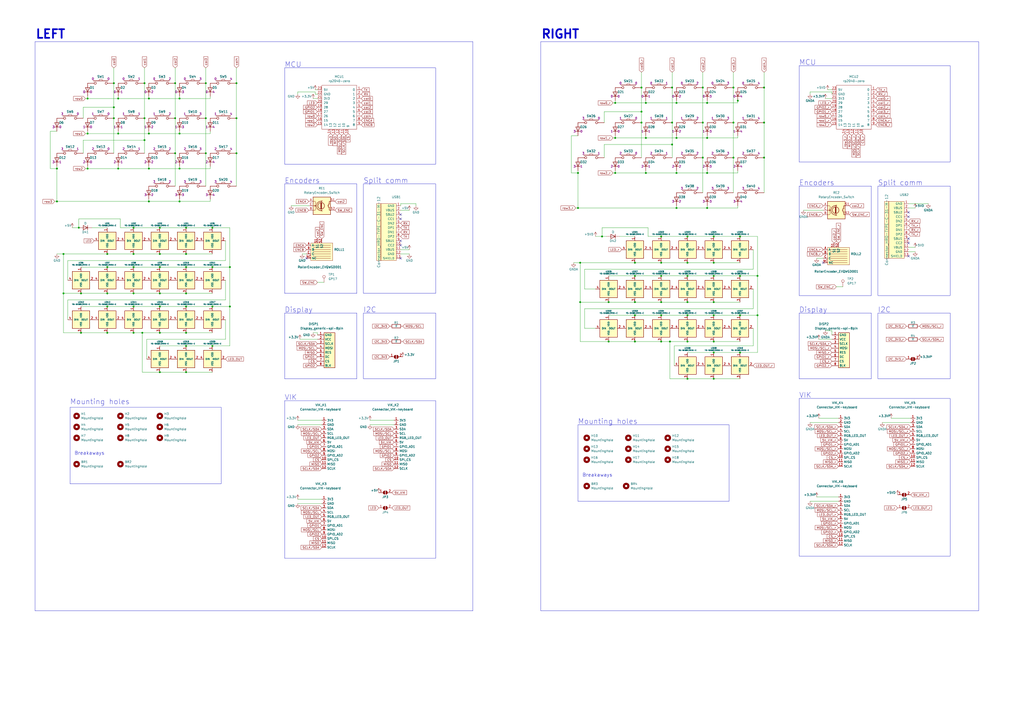
<source format=kicad_sch>
(kicad_sch (version 20231120) (generator "eeschema") (generator_version "8.0")
  (paper "A2")
  (junction (at 77.47 132.08))
  (junction (at 83.82 68.58))
  (junction (at 388.62 198.12))
  (junction (at 86.36 116.84))
  (junction (at 68.58 97.79))
  (junction (at 383.54 198.12))
  (junction (at 429.26 137.16))
  (junction (at 107.95 215.9))
  (junction (at 33.02 97.79))
  (junction (at 86.36 97.79))
  (junction (at 389.89 71.12))
  (junction (at 77.47 147.32))
  (junction (at 104.14 57.15))
  (junction (at 335.28 100.33))
  (junction (at 389.89 83.82))
  (junction (at 383.54 182.88))
  (junction (at 425.45 91.44))
  (junction (at 46.99 170.18))
  (junction (at 86.36 57.15))
  (junction (at 356.87 59.69))
  (junction (at 392.43 59.69))
  (junction (at 410.21 100.33))
  (junction (at 92.71 132.08))
  (junction (at 372.11 71.12))
  (junction (at 374.65 59.69))
  (junction (at 86.36 77.47))
  (junction (at 392.43 100.33))
  (junction (at 336.55 175.26))
  (junction (at 407.67 71.12))
  (junction (at 83.82 48.26))
  (junction (at 392.43 120.65))
  (junction (at 62.23 177.8))
  (junction (at 443.23 71.12))
  (junction (at 45.72 132.08))
  (junction (at 82.55 193.04))
  (junction (at 133.35 154.94))
  (junction (at 368.3 182.88))
  (junction (at 50.8 97.79))
  (junction (at 398.78 219.71))
  (junction (at 410.21 120.65))
  (junction (at 107.95 200.66))
  (junction (at 62.23 154.94))
  (junction (at 425.45 50.8))
  (junction (at 392.43 80.01))
  (junction (at 439.42 160.02))
  (junction (at 66.04 48.26))
  (junction (at 410.21 59.69))
  (junction (at 119.38 68.58))
  (junction (at 429.26 160.02))
  (junction (at 92.71 154.94))
  (junction (at 50.8 57.15))
  (junction (at 429.26 182.88))
  (junction (at 107.95 170.18))
  (junction (at 356.87 100.33))
  (junction (at 414.02 160.02))
  (junction (at 66.04 68.58))
  (junction (at 107.95 147.32))
  (junction (at 368.3 175.26))
  (junction (at 374.65 100.33))
  (junction (at 107.95 154.94))
  (junction (at 92.71 193.04))
  (junction (at 353.06 175.26))
  (junction (at 374.65 80.01))
  (junction (at 137.16 48.26))
  (junction (at 425.45 71.12))
  (junction (at 335.28 120.65))
  (junction (at 77.47 177.8))
  (junction (at 36.83 147.32))
  (junction (at 383.54 152.4))
  (junction (at 107.95 132.08))
  (junction (at 137.16 88.9))
  (junction (at 133.35 177.8))
  (junction (at 77.47 193.04))
  (junction (at 410.21 80.01))
  (junction (at 349.25 137.16))
  (junction (at 398.78 152.4))
  (junction (at 68.58 77.47))
  (junction (at 398.78 137.16))
  (junction (at 414.02 182.88))
  (junction (at 36.83 170.18))
  (junction (at 92.71 147.32))
  (junction (at 443.23 91.44))
  (junction (at 104.14 77.47))
  (junction (at 398.78 175.26))
  (junction (at 398.78 198.12))
  (junction (at 383.54 137.16))
  (junction (at 398.78 182.88))
  (junction (at 439.42 182.88))
  (junction (at 104.14 97.79))
  (junction (at 407.67 91.44))
  (junction (at 119.38 88.9))
  (junction (at 66.04 62.23))
  (junction (at 104.14 116.84))
  (junction (at 368.3 198.12))
  (junction (at 123.19 177.8))
  (junction (at 368.3 160.02))
  (junction (at 414.02 204.47))
  (junction (at 92.71 177.8))
  (junction (at 429.26 204.47))
  (junction (at 398.78 160.02))
  (junction (at 427.99 58.42))
  (junction (at 101.6 88.9))
  (junction (at 443.23 50.8))
  (junction (at 353.06 198.12))
  (junction (at 389.89 50.8))
  (junction (at 414.02 219.71))
  (junction (at 414.02 175.26))
  (junction (at 62.23 193.04))
  (junction (at 101.6 48.26))
  (junction (at 83.82 81.28))
  (junction (at 77.47 170.18))
  (junction (at 92.71 170.18))
  (junction (at 123.19 154.94))
  (junction (at 383.54 160.02))
  (junction (at 414.02 198.12))
  (junction (at 407.67 50.8))
  (junction (at 33.02 116.84))
  (junction (at 46.99 193.04))
  (junction (at 92.71 215.9))
  (junction (at 123.19 200.66))
  (junction (at 107.95 177.8))
  (junction (at 123.19 132.08))
  (junction (at 107.95 193.04))
  (junction (at 77.47 154.94))
  (junction (at 383.54 175.26))
  (junction (at 372.11 64.77))
  (junction (at 68.58 57.15))
  (junction (at 336.55 152.4))
  (junction (at 119.38 48.26))
  (junction (at 50.8 77.47))
  (junction (at 62.23 170.18))
  (junction (at 414.02 137.16))
  (junction (at 356.87 80.01))
  (junction (at 372.11 50.8))
  (junction (at 101.6 68.58))
  (junction (at 62.23 147.32))
  (junction (at 368.3 152.4))
  (junction (at 414.02 152.4))
  (junction (at 137.16 68.58))
  (no_connect (at 527.05 125.73))
  (no_connect (at 232.41 124.46))
  (no_connect (at 177.8 149.86))
  (no_connect (at 527.05 148.59))
  (no_connect (at 232.41 142.24))
  (no_connect (at 527.05 138.43))
  (no_connect (at 232.41 127))
  (no_connect (at 527.05 140.97))
  (no_connect (at 477.52 152.4))
  (no_connect (at 232.41 149.86))
  (no_connect (at 527.05 123.19))
  (no_connect (at 232.41 139.7))
  (wire (pts (xy 101.6 68.58) (xy 101.6 88.9)))
  (wire (pts (xy 33.02 96.52) (xy 33.02 97.79)))
  (wire (pts (xy 383.54 160.02) (xy 398.78 160.02)))
  (wire (pts (xy 392.43 120.65) (xy 410.21 120.65)))
  (wire (pts (xy 349.25 132.08) (xy 349.25 137.16)))
  (wire (pts (xy 232.41 121.92) (xy 237.49 121.92)))
  (wire (pts (xy 353.06 175.26) (xy 368.3 175.26)))
  (wire (pts (xy 473.71 149.86) (xy 477.52 149.86)))
  (wire (pts (xy 427.99 57.15) (xy 427.99 58.42)))
  (wire (pts (xy 383.54 198.12) (xy 388.62 198.12)))
  (wire (pts (xy 335.28 100.33) (xy 335.28 120.65)))
  (wire (pts (xy 119.38 68.58) (xy 119.38 88.9)))
  (wire (pts (xy 66.04 39.37) (xy 66.04 48.26)))
  (wire (pts (xy 414.02 204.47) (xy 429.26 204.47)))
  (wire (pts (xy 49.53 97.79) (xy 50.8 97.79)))
  (wire (pts (xy 46.99 154.94) (xy 62.23 154.94)))
  (wire (pts (xy 29.21 76.2) (xy 29.21 97.79)))
  (wire (pts (xy 83.82 48.26) (xy 83.82 68.58)))
  (wire (pts (xy 50.8 57.15) (xy 68.58 57.15)))
  (wire (pts (xy 62.23 170.18) (xy 77.47 170.18)))
  (wire (pts (xy 389.89 50.8) (xy 389.89 71.12)))
  (wire (pts (xy 331.47 100.33) (xy 335.28 100.33)))
  (wire (pts (xy 392.43 99.06) (xy 392.43 100.33)))
  (wire (pts (xy 388.62 219.71) (xy 398.78 219.71)))
  (wire (pts (xy 414.02 160.02) (xy 429.26 160.02)))
  (wire (pts (xy 33.02 97.79) (xy 33.02 116.84)))
  (wire (pts (xy 485.14 166.37) (xy 488.95 166.37)))
  (wire (pts (xy 39.37 162.56) (xy 39.37 151.13)))
  (wire (pts (xy 77.47 170.18) (xy 92.71 170.18)))
  (wire (pts (xy 184.15 163.83) (xy 187.96 163.83)))
  (wire (pts (xy 353.06 198.12) (xy 336.55 198.12)))
  (wire (pts (xy 181.61 57.15) (xy 184.15 57.15)))
  (wire (pts (xy 182.88 54.61) (xy 184.15 54.61)))
  (wire (pts (xy 429.26 160.02) (xy 439.42 160.02)))
  (wire (pts (xy 101.6 88.9) (xy 101.6 107.95)))
  (wire (pts (xy 39.37 173.99) (xy 39.37 185.42)))
  (wire (pts (xy 68.58 96.52) (xy 68.58 97.79)))
  (wire (pts (xy 46.99 170.18) (xy 62.23 170.18)))
  (wire (pts (xy 107.95 154.94) (xy 123.19 154.94)))
  (wire (pts (xy 350.52 64.77) (xy 350.52 71.12)))
  (wire (pts (xy 383.54 175.26) (xy 398.78 175.26)))
  (wire (pts (xy 68.58 55.88) (xy 68.58 57.15)))
  (wire (pts (xy 469.9 53.34) (xy 469.9 54.61)))
  (wire (pts (xy 83.82 81.28) (xy 83.82 88.9)))
  (wire (pts (xy 92.71 177.8) (xy 107.95 177.8)))
  (wire (pts (xy 392.43 100.33) (xy 410.21 100.33)))
  (wire (pts (xy 374.65 58.42) (xy 374.65 59.69)))
  (wire (pts (xy 69.85 132.08) (xy 77.47 132.08)))
  (wire (pts (xy 82.55 193.04) (xy 82.55 215.9)))
  (wire (pts (xy 336.55 152.4) (xy 336.55 175.26)))
  (wire (pts (xy 214.63 246.38) (xy 228.6 246.38)))
  (wire (pts (xy 473.71 288.29) (xy 486.41 288.29)))
  (wire (pts (xy 335.28 78.74) (xy 331.47 78.74)))
  (wire (pts (xy 86.36 97.79) (xy 104.14 97.79)))
  (wire (pts (xy 232.41 144.78) (xy 237.49 144.78)))
  (wire (pts (xy 482.6 53.34) (xy 482.6 54.61)))
  (wire (pts (xy 121.92 96.52) (xy 121.92 97.79)))
  (wire (pts (xy 62.23 154.94) (xy 77.47 154.94)))
  (wire (pts (xy 407.67 71.12) (xy 407.67 91.44)))
  (wire (pts (xy 33.02 76.2) (xy 29.21 76.2)))
  (wire (pts (xy 355.6 80.01) (xy 356.87 80.01)))
  (wire (pts (xy 130.81 185.42) (xy 130.81 196.85)))
  (wire (pts (xy 172.72 292.1) (xy 186.69 292.1)))
  (wire (pts (xy 137.16 88.9) (xy 137.16 107.95)))
  (wire (pts (xy 49.53 57.15) (xy 50.8 57.15)))
  (wire (pts (xy 398.78 160.02) (xy 414.02 160.02)))
  (wire (pts (xy 443.23 50.8) (xy 443.23 71.12)))
  (wire (pts (xy 350.52 91.44) (xy 350.52 83.82)))
  (wire (pts (xy 119.38 88.9) (xy 119.38 107.95)))
  (wire (pts (xy 121.92 115.57) (xy 121.92 116.84)))
  (wire (pts (xy 425.45 71.12) (xy 425.45 91.44)))
  (wire (pts (xy 50.8 97.79) (xy 68.58 97.79)))
  (wire (pts (xy 92.71 215.9) (xy 107.95 215.9)))
  (wire (pts (xy 82.55 215.9) (xy 92.71 215.9)))
  (wire (pts (xy 392.43 59.69) (xy 410.21 59.69)))
  (wire (pts (xy 356.87 59.69) (xy 374.65 59.69)))
  (wire (pts (xy 104.14 57.15) (xy 121.92 57.15)))
  (wire (pts (xy 474.98 196.85) (xy 482.6 196.85)))
  (wire (pts (xy 241.3 118.11) (xy 241.3 119.38)))
  (wire (pts (xy 480.06 52.07) (xy 482.6 52.07)))
  (wire (pts (xy 425.45 91.44) (xy 425.45 111.76)))
  (wire (pts (xy 469.9 245.11) (xy 486.41 245.11)))
  (wire (pts (xy 469.9 53.34) (xy 482.6 53.34)))
  (wire (pts (xy 172.72 246.38) (xy 186.69 246.38)))
  (wire (pts (xy 414.02 182.88) (xy 429.26 182.88)))
  (wire (pts (xy 350.52 64.77) (xy 372.11 64.77)))
  (wire (pts (xy 339.09 190.5) (xy 345.44 190.5)))
  (wire (pts (xy 398.78 175.26) (xy 414.02 175.26)))
  (wire (pts (xy 50.8 77.47) (xy 68.58 77.47)))
  (wire (pts (xy 179.07 119.38) (xy 168.91 119.38)))
  (wire (pts (xy 39.37 173.99) (xy 130.81 173.99)))
  (wire (pts (xy 86.36 55.88) (xy 86.36 57.15)))
  (wire (pts (xy 353.06 198.12) (xy 368.3 198.12)))
  (wire (pts (xy 45.72 132.08) (xy 41.91 132.08)))
  (wire (pts (xy 398.78 198.12) (xy 414.02 198.12)))
  (wire (pts (xy 336.55 175.26) (xy 336.55 198.12)))
  (wire (pts (xy 83.82 39.37) (xy 83.82 48.26)))
  (wire (pts (xy 49.53 77.47) (xy 50.8 77.47)))
  (wire (pts (xy 427.99 99.06) (xy 427.99 100.33)))
  (wire (pts (xy 429.26 137.16) (xy 439.42 137.16)))
  (wire (pts (xy 50.8 55.88) (xy 50.8 57.15)))
  (wire (pts (xy 414.02 152.4) (xy 429.26 152.4)))
  (wire (pts (xy 50.8 96.52) (xy 50.8 97.79)))
  (wire (pts (xy 184.15 193.04) (xy 184.15 194.31)))
  (wire (pts (xy 443.23 41.91) (xy 443.23 50.8)))
  (wire (pts (xy 527.05 120.65) (xy 530.86 120.65)))
  (wire (pts (xy 439.42 160.02) (xy 439.42 137.16)))
  (wire (pts (xy 31.75 116.84) (xy 33.02 116.84)))
  (wire (pts (xy 527.05 118.11) (xy 538.48 118.11)))
  (wire (pts (xy 45.72 127) (xy 69.85 127)))
  (wire (pts (xy 407.67 91.44) (xy 407.67 111.76)))
  (wire (pts (xy 375.92 132.08) (xy 375.92 137.16)))
  (wire (pts (xy 332.74 152.4) (xy 336.55 152.4)))
  (wire (pts (xy 48.26 88.9) (xy 48.26 81.28)))
  (wire (pts (xy 133.35 200.66) (xy 133.35 177.8)))
  (wire (pts (xy 232.41 147.32) (xy 237.49 147.32)))
  (wire (pts (xy 410.21 78.74) (xy 410.21 80.01)))
  (wire (pts (xy 427.99 58.42) (xy 427.99 59.69)))
  (wire (pts (xy 482.6 191.77) (xy 482.6 194.31)))
  (wire (pts (xy 121.92 76.2) (xy 121.92 77.47)))
  (wire (pts (xy 436.88 144.78) (xy 436.88 156.21)))
  (wire (pts (xy 86.36 76.2) (xy 86.36 77.47)))
  (wire (pts (xy 101.6 48.26) (xy 101.6 68.58)))
  (wire (pts (xy 101.6 39.37) (xy 101.6 48.26)))
  (wire (pts (xy 372.11 41.91) (xy 372.11 50.8)))
  (wire (pts (xy 336.55 152.4) (xy 368.3 152.4)))
  (wire (pts (xy 182.88 53.34) (xy 182.88 54.61)))
  (wire (pts (xy 410.21 120.65) (xy 427.99 120.65)))
  (wire (pts (xy 414.02 137.16) (xy 429.26 137.16)))
  (wire (pts (xy 92.71 154.94) (xy 107.95 154.94)))
  (wire (pts (xy 335.28 120.65) (xy 392.43 120.65)))
  (wire (pts (xy 427.99 119.38) (xy 427.99 120.65)))
  (wire (pts (xy 48.26 81.28) (xy 83.82 81.28)))
  (wire (pts (xy 119.38 39.37) (xy 119.38 48.26)))
  (wire (pts (xy 374.65 100.33) (xy 392.43 100.33)))
  (wire (pts (xy 92.71 200.66) (xy 107.95 200.66)))
  (wire (pts (xy 356.87 80.01) (xy 374.65 80.01)))
  (wire (pts (xy 527.05 146.05) (xy 530.86 146.05)))
  (wire (pts (xy 356.87 58.42) (xy 356.87 59.69)))
  (wire (pts (xy 172.72 53.34) (xy 182.88 53.34)))
  (wire (pts (xy 66.04 68.58) (xy 66.04 88.9)))
  (wire (pts (xy 33.02 116.84) (xy 86.36 116.84)))
  (wire (pts (xy 53.34 132.08) (xy 62.23 132.08)))
  (wire (pts (xy 68.58 76.2) (xy 68.58 77.47)))
  (wire (pts (xy 474.98 242.57) (xy 486.41 242.57)))
  (wire (pts (xy 69.85 127) (xy 69.85 132.08)))
  (wire (pts (xy 77.47 154.94) (xy 92.71 154.94)))
  (wire (pts (xy 410.21 100.33) (xy 427.99 100.33)))
  (wire (pts (xy 410.21 58.42) (xy 410.21 59.69)))
  (wire (pts (xy 36.83 170.18) (xy 46.99 170.18)))
  (wire (pts (xy 414.02 198.12) (xy 429.26 198.12)))
  (wire (pts (xy 425.45 41.91) (xy 425.45 50.8)))
  (wire (pts (xy 429.26 204.47) (xy 439.42 204.47)))
  (wire (pts (xy 389.89 83.82) (xy 389.89 91.44)))
  (wire (pts (xy 123.19 154.94) (xy 133.35 154.94)))
  (wire (pts (xy 334.01 120.65) (xy 335.28 120.65)))
  (wire (pts (xy 77.47 177.8) (xy 92.71 177.8)))
  (wire (pts (xy 107.95 147.32) (xy 123.19 147.32)))
  (wire (pts (xy 137.16 68.58) (xy 137.16 88.9)))
  (wire (pts (xy 383.54 152.4) (xy 398.78 152.4)))
  (wire (pts (xy 86.36 57.15) (xy 104.14 57.15)))
  (wire (pts (xy 372.11 71.12) (xy 372.11 91.44)))
  (wire (pts (xy 339.09 179.07) (xy 436.88 179.07)))
  (wire (pts (xy 392.43 58.42) (xy 392.43 59.69)))
  (wire (pts (xy 391.16 212.09) (xy 391.16 200.66)))
  (wire (pts (xy 374.65 78.74) (xy 374.65 80.01)))
  (wire (pts (xy 410.21 119.38) (xy 410.21 120.65)))
  (wire (pts (xy 339.09 156.21) (xy 436.88 156.21)))
  (wire (pts (xy 368.3 160.02) (xy 383.54 160.02)))
  (wire (pts (xy 62.23 193.04) (xy 77.47 193.04)))
  (wire (pts (xy 83.82 68.58) (xy 83.82 81.28)))
  (wire (pts (xy 349.25 137.16) (xy 351.79 137.16)))
  (wire (pts (xy 368.3 182.88) (xy 383.54 182.88)))
  (wire (pts (xy 86.36 96.52) (xy 86.36 97.79)))
  (wire (pts (xy 410.21 99.06) (xy 410.21 100.33)))
  (wire (pts (xy 62.23 147.32) (xy 77.47 147.32)))
  (wire (pts (xy 443.23 91.44) (xy 443.23 111.76)))
  (wire (pts (xy 372.11 50.8) (xy 372.11 64.77)))
  (wire (pts (xy 398.78 219.71) (xy 414.02 219.71)))
  (wire (pts (xy 392.43 78.74) (xy 392.43 80.01)))
  (wire (pts (xy 107.95 200.66) (xy 123.19 200.66)))
  (wire (pts (xy 62.23 193.04) (xy 46.99 193.04)))
  (wire (pts (xy 123.19 200.66) (xy 133.35 200.66)))
  (wire (pts (xy 429.26 182.88) (xy 439.42 182.88)))
  (wire (pts (xy 107.95 193.04) (xy 123.19 193.04)))
  (wire (pts (xy 389.89 71.12) (xy 389.89 83.82)))
  (wire (pts (xy 66.04 48.26) (xy 66.04 62.23)))
  (wire (pts (xy 374.65 80.01) (xy 392.43 80.01)))
  (wire (pts (xy 36.83 147.32) (xy 62.23 147.32)))
  (wire (pts (xy 121.92 55.88) (xy 121.92 57.15)))
  (wire (pts (xy 104.14 77.47) (xy 121.92 77.47)))
  (wire (pts (xy 353.06 160.02) (xy 368.3 160.02)))
  (wire (pts (xy 92.71 132.08) (xy 107.95 132.08)))
  (wire (pts (xy 62.23 177.8) (xy 77.47 177.8)))
  (wire (pts (xy 130.81 162.56) (xy 130.81 173.99)))
  (wire (pts (xy 374.65 59.69) (xy 392.43 59.69)))
  (wire (pts (xy 443.23 71.12) (xy 443.23 91.44)))
  (wire (pts (xy 104.14 115.57) (xy 104.14 116.84)))
  (wire (pts (xy 36.83 147.32) (xy 36.83 170.18)))
  (wire (pts (xy 86.36 115.57) (xy 86.36 116.84)))
  (wire (pts (xy 133.35 177.8) (xy 133.35 154.94)))
  (wire (pts (xy 85.09 208.28) (xy 85.09 196.85)))
  (wire (pts (xy 104.14 96.52) (xy 104.14 97.79)))
  (wire (pts (xy 477.52 121.92) (xy 466.09 121.92)))
  (wire (pts (xy 137.16 39.37) (xy 137.16 48.26)))
  (wire (pts (xy 66.04 62.23) (xy 48.26 62.23)))
  (wire (pts (xy 511.81 245.11) (xy 528.32 245.11)))
  (wire (pts (xy 374.65 99.06) (xy 374.65 100.33)))
  (wire (pts (xy 349.25 132.08) (xy 375.92 132.08)))
  (wire (pts (xy 45.72 127) (xy 45.72 132.08)))
  (wire (pts (xy 172.72 243.84) (xy 186.69 243.84)))
  (wire (pts (xy 77.47 147.32) (xy 92.71 147.32)))
  (wire (pts (xy 29.21 97.79) (xy 33.02 97.79)))
  (wire (pts (xy 130.81 139.7) (xy 130.81 151.13)))
  (wire (pts (xy 68.58 97.79) (xy 86.36 97.79)))
  (wire (pts (xy 107.95 132.08) (xy 123.19 132.08)))
  (wire (pts (xy 356.87 100.33) (xy 374.65 100.33)))
  (wire (pts (xy 339.09 179.07) (xy 339.09 190.5)))
  (wire (pts (xy 232.41 118.11) (xy 232.41 119.38)))
  (wire (pts (xy 214.63 243.84) (xy 228.6 243.84)))
  (wire (pts (xy 82.55 193.04) (xy 92.71 193.04)))
  (wire (pts (xy 68.58 57.15) (xy 86.36 57.15)))
  (wire (pts (xy 383.54 182.88) (xy 398.78 182.88)))
  (wire (pts (xy 104.14 116.84) (xy 121.92 116.84)))
  (wire (pts (xy 46.99 177.8) (xy 62.23 177.8)))
  (wire (pts (xy 407.67 41.91) (xy 407.67 50.8)))
  (wire (pts (xy 383.54 137.16) (xy 398.78 137.16)))
  (wire (pts (xy 368.3 152.4) (xy 383.54 152.4)))
  (wire (pts (xy 398.78 152.4) (xy 414.02 152.4)))
  (wire (pts (xy 478.79 57.15) (xy 482.6 57.15)))
  (wire (pts (xy 527.05 143.51) (xy 530.86 143.51)))
  (wire (pts (xy 172.72 289.56) (xy 186.69 289.56)))
  (wire (pts (xy 50.8 76.2) (xy 50.8 77.47)))
  (wire (pts (xy 392.43 119.38) (xy 392.43 120.65)))
  (wire (pts (xy 439.42 182.88) (xy 439.42 160.02)))
  (wire (pts (xy 339.09 167.64) (xy 345.44 167.64)))
  (wire (pts (xy 107.95 170.18) (xy 123.19 170.18)))
  (wire (pts (xy 181.61 193.04) (xy 184.15 193.04)))
  (wire (pts (xy 104.14 97.79) (xy 121.92 97.79)))
  (wire (pts (xy 372.11 64.77) (xy 372.11 71.12)))
  (wire (pts (xy 398.78 204.47) (xy 414.02 204.47)))
  (wire (pts (xy 119.38 48.26) (xy 119.38 68.58)))
  (wire (pts (xy 33.02 147.32) (xy 36.83 147.32)))
  (wire (pts (xy 66.04 62.23) (xy 66.04 68.58)))
  (wire (pts (xy 414.02 175.26) (xy 429.26 175.26)))
  (wire (pts (xy 414.02 219.71) (xy 429.26 219.71)))
  (wire (pts (xy 133.35 154.94) (xy 133.35 132.08)))
  (wire (pts (xy 104.14 55.88) (xy 104.14 57.15)))
  (wire (pts (xy 368.3 198.12) (xy 383.54 198.12)))
  (wire (pts (xy 68.58 77.47) (xy 86.36 77.47)))
  (wire (pts (xy 46.99 193.04) (xy 36.83 193.04)))
  (wire (pts (xy 392.43 80.01) (xy 410.21 80.01)))
  (wire (pts (xy 469.9 290.83) (xy 486.41 290.83)))
  (wire (pts (xy 172.72 53.34) (xy 172.72 54.61)))
  (wire (pts (xy 48.26 62.23) (xy 48.26 68.58)))
  (wire (pts (xy 173.99 196.85) (xy 184.15 196.85)))
  (wire (pts (xy 92.71 147.32) (xy 107.95 147.32)))
  (wire (pts (xy 345.44 137.16) (xy 349.25 137.16)))
  (wire (pts (xy 175.26 147.32) (xy 177.8 147.32)))
  (wire (pts (xy 425.45 50.8) (xy 425.45 71.12)))
  (wire (pts (xy 350.52 83.82) (xy 389.89 83.82)))
  (wire (pts (xy 77.47 132.08) (xy 92.71 132.08)))
  (wire (pts (xy 436.88 167.64) (xy 436.88 179.07)))
  (wire (pts (xy 137.16 48.26) (xy 137.16 68.58)))
  (wire (pts (xy 92.71 170.18) (xy 107.95 170.18)))
  (wire (pts (xy 391.16 200.66) (xy 436.88 200.66)))
  (wire (pts (xy 77.47 193.04) (xy 82.55 193.04)))
  (wire (pts (xy 123.19 132.08) (xy 133.35 132.08)))
  (wire (pts (xy 388.62 198.12) (xy 388.62 219.71)))
  (wire (pts (xy 104.14 76.2) (xy 104.14 77.47)))
  (wire (pts (xy 368.3 175.26) (xy 383.54 175.26)))
  (wire (pts (xy 410.21 59.69) (xy 427.99 59.69)))
  (wire (pts (xy 436.88 190.5) (xy 436.88 200.66)))
  (wire (pts (xy 407.67 50.8) (xy 407.67 71.12)))
  (wire (pts (xy 86.36 77.47) (xy 104.14 77.47)))
  (wire (pts (xy 389.89 41.91) (xy 389.89 50.8)))
  (wire (pts (xy 388.62 198.12) (xy 398.78 198.12)))
  (wire (pts (xy 359.41 137.16) (xy 368.3 137.16)))
  (wire (pts (xy 335.28 99.06) (xy 335.28 100.33)))
  (wire (pts (xy 36.83 170.18) (xy 36.83 193.04)))
  (wire (pts (xy 123.19 177.8) (xy 133.35 177.8)))
  (wire (pts (xy 107.95 215.9) (xy 123.19 215.9)))
  (wire (pts (xy 331.47 78.74) (xy 331.47 100.33)))
  (wire (pts (xy 339.09 167.64) (xy 339.09 156.21)))
  (wire (pts (xy 356.87 78.74) (xy 356.87 80.01)))
  (wire (pts (xy 375.92 137.16) (xy 383.54 137.16)))
  (wire (pts (xy 398.78 182.88) (xy 414.02 182.88)))
  (wire (pts (xy 92.71 193.04) (xy 107.95 193.04)))
  (wire (pts (xy 356.87 99.06) (xy 356.87 100.33)))
  (wire (pts (xy 355.6 59.69) (xy 356.87 59.69)))
  (wire (pts (xy 39.37 151.13) (xy 130.81 151.13)))
  (wire (pts (xy 232.41 118.11) (xy 241.3 118.11)))
  (wire (pts (xy 478.79 191.77) (xy 482.6 191.77)))
  (wire (pts (xy 107.95 177.8) (xy 123.19 177.8)))
  (wire (pts (xy 182.88 52.07) (xy 184.15 52.07)))
  (wire (pts (xy 427.99 78.74) (xy 427.99 80.01)))
  (wire (pts (xy 410.21 80.01) (xy 427.99 80.01)))
  (wire (pts (xy 516.89 242.57) (xy 528.32 242.57)))
  (wire (pts (xy 85.09 196.85) (xy 130.81 196.85)))
  (wire (pts (xy 353.06 182.88) (xy 368.3 182.88)))
  (wire (pts (xy 336.55 175.26) (xy 353.06 175.26)))
  (wire (pts (xy 398.78 137.16) (xy 414.02 137.16)))
  (wire (pts (xy 86.36 116.84) (xy 104.14 116.84)))
  (wire (pts (xy 355.6 100.33) (xy 356.87 100.33)))
  (wire (pts (xy 439.42 204.47) (xy 439.42 182.88)))
  (rectangle (start 210.82 181.61) (end 252.73 219.71))
  (rectangle (start 165.1 106.68) (end 207.01 170.18))
  (rectangle (start 313.69 24.13) (end 567.69 354.33))
  (rectangle (start 335.28 246.38) (end 422.91 290.83))
  (rectangle (start 463.55 181.61) (end 505.46 219.71))
  (rectangle (start 165.1 39.37) (end 252.73 95.25))
  (rectangle (start 509.27 107.95) (end 551.18 171.45))
  (rectangle (start 165.1 181.61) (end 207.01 219.71))
  (rectangle (start 463.55 38.1) (end 551.18 93.98))
  (rectangle (start 463.55 231.14) (end 551.18 322.58))
  (rectangle (start 509.27 181.61) (end 551.18 219.71))
  (rectangle (start 463.55 107.95) (end 505.46 171.45))
  (rectangle (start 165.1 232.41) (end 252.73 323.85))
  (rectangle (start 40.64 236.22) (end 128.27 280.67))
  (rectangle (start 20.32 24.13) (end 274.32 354.33))
  (rectangle (start 210.82 106.68) (end 252.73 170.18))
  (text "I2C" (at 210.82 181.61 0) (effects (font (size 3 3)) (justify left bottom)))
  (text "Breakaways" (at 43.18 264.16 0) (effects (font (size 2 2)) (justify left bottom)))
  (text "I2C" (at 509.27 181.61 0) (effects (font (size 3 3)) (justify left bottom)))
  (text "VIK" (at 165.1 232.41 0) (effects (font (size 3 3)) (justify left bottom)))
  (text "MCU" (at 165.1 39.37 0) (effects (font (size 3 3)) (justify left bottom)))
  (text "VIK" (at 463.55 231.14 0) (effects (font (size 3 3)) (justify left bottom)))
  (text "Encoders" (at 165.1 106.68 0) (effects (font (size 3 3)) (justify left bottom)))
  (text "Breakaways" (at 337.82 276.86 0) (effects (font (size 2 2)) (justify left bottom)))
  (text "Split comm" (at 210.82 106.68 0) (effects (font (size 3 3)) (justify left bottom)))
  (text "Display" (at 165.1 181.61 0) (effects (font (size 3 3)) (justify left bottom)))
  (text "Split comm" (at 509.27 107.95 0) (effects (font (size 3 3)) (justify left bottom)))
  (text "LEFT" (at 20.32 22.86 0) (effects (font (size 5 5) (thickness 1) (bold yes)) (justify left bottom)))
  (text "RIGHT" (at 313.69 22.86 0) (effects (font (size 5 5) (thickness 1) (bold yes)) (justify left bottom)))
  (text "Display" (at 463.55 181.61 0) (effects (font (size 3 3)) (justify left bottom)))
  (text "Mounting holes" (at 335.28 246.38 0) (effects (font (size 3 3)) (justify left bottom)))
  (text "Mounting holes" (at 40.64 234.95 0) (effects (font (size 3 3)) (justify left bottom)))
  (text "Encoders" (at 463.55 107.95 0) (effects (font (size 3 3)) (justify left bottom)))
  (text "MCU" (at 463.55 38.1 0) (effects (font (size 3 3)) (justify left bottom)))
  (global_label "col1_r" (shape input) (at 508 59.69 0) (property "Intersheetrefs" "${INTERSHEET_REFS}" (effects (hide yes))))
  (global_label "SCLK{slash}SDA_r" (shape input) (at 486.41 270.51 180) (property "Intersheetrefs" "${INTERSHEET_REFS}" (effects (hide yes))))
  (global_label "col3" (shape input) (at 119.38 39.37 90) (property "Intersheetrefs" "${INTERSHEET_REFS}" (effects (hide yes))))
  (global_label "ENCA_r" (shape input) (at 508 69.85 0) (property "Intersheetrefs" "${INTERSHEET_REFS}" (effects (hide yes))))
  (global_label "GPIO2_r" (shape input) (at 482.6 212.09 180) (property "Intersheetrefs" "${INTERSHEET_REFS}" (effects (hide yes))))
  (global_label "5V_VIK" (shape input) (at 186.69 302.26 180) (property "Intersheetrefs" "${INTERSHEET_REFS}" (effects (hide yes))))
  (global_label "MOSI{slash}SCL_r" (shape input) (at 533.4 189.23 0) (property "Intersheetrefs" "${INTERSHEET_REFS}" (effects (hide yes))))
  (global_label "SCLK{slash}SDA" (shape input) (at 186.69 294.64 180) (property "Intersheetrefs" "${INTERSHEET_REFS}" (effects (hide yes))))
  (global_label "ENCB_r" (shape input) (at 508 72.39 0) (property "Intersheetrefs" "${INTERSHEET_REFS}" (effects (hide yes))))
  (global_label "CS_r" (shape input) (at 486.41 311.15 180) (property "Intersheetrefs" "${INTERSHEET_REFS}" (effects (hide yes))))
  (global_label "ENCA_r" (shape input) (at 477.52 119.38 180) (property "Intersheetrefs" "${INTERSHEET_REFS}" (effects (hide yes))))
  (global_label "row2" (shape input) (at 49.53 97.79 180) (property "Intersheetrefs" "${INTERSHEET_REFS}" (effects (hide yes))))
  (global_label "LED" (shape input) (at 54.61 139.7 180) (property "Intersheetrefs" "${INTERSHEET_REFS}" (effects (hide yes))))
  (global_label "MOSI{slash}SCL" (shape input) (at 186.69 261.62 180) (property "Intersheetrefs" "${INTERSHEET_REFS}" (effects (hide yes))))
  (global_label "SCLK{slash}SDA" (shape input) (at 233.68 198.12 0) (property "Intersheetrefs" "${INTERSHEET_REFS}" (effects (hide yes))))
  (global_label "RX" (shape input) (at 232.41 134.62 0) (property "Intersheetrefs" "${INTERSHEET_REFS}" (effects (hide yes))))
  (global_label "MISO_r" (shape input) (at 492.76 77.47 270) (property "Intersheetrefs" "${INTERSHEET_REFS}" (effects (hide yes))))
  (global_label "col4_r" (shape input) (at 443.23 41.91 90) (property "Intersheetrefs" "${INTERSHEET_REFS}" (effects (hide yes))))
  (global_label "col0_r" (shape input) (at 372.11 41.91 90) (property "Intersheetrefs" "${INTERSHEET_REFS}" (effects (hide yes))))
  (global_label "GPIO1_r" (shape input) (at 486.41 257.81 180) (property "Intersheetrefs" "${INTERSHEET_REFS}" (effects (hide yes))))
  (global_label "row3_r" (shape input) (at 334.01 120.65 180) (property "Intersheetrefs" "${INTERSHEET_REFS}" (effects (hide yes))))
  (global_label "row1" (shape input) (at 49.53 77.47 180) (property "Intersheetrefs" "${INTERSHEET_REFS}" (effects (hide yes))))
  (global_label "col1_r" (shape input) (at 389.89 41.91 90) (property "Intersheetrefs" "${INTERSHEET_REFS}" (effects (hide yes))))
  (global_label "TX_r" (shape input) (at 508 52.07 0) (property "Intersheetrefs" "${INTERSHEET_REFS}" (effects (hide yes))))
  (global_label "GPIO1" (shape input) (at 186.69 304.8 180) (property "Intersheetrefs" "${INTERSHEET_REFS}" (effects (hide yes))))
  (global_label "GPIO2" (shape input) (at 186.69 309.88 180) (property "Intersheetrefs" "${INTERSHEET_REFS}" (effects (hide yes))))
  (global_label "LED_OUT" (shape input) (at 130.81 208.28 0) (property "Intersheetrefs" "${INTERSHEET_REFS}" (effects (hide yes))))
  (global_label "ENCB_r" (shape input) (at 477.52 124.46 180) (property "Intersheetrefs" "${INTERSHEET_REFS}" (effects (hide yes))))
  (global_label "LED_OUT" (shape input) (at 227.33 294.64 0) (property "Intersheetrefs" "${INTERSHEET_REFS}" (effects (hide yes))))
  (global_label "GPIO1" (shape input) (at 186.69 259.08 180) (property "Intersheetrefs" "${INTERSHEET_REFS}" (effects (hide yes))))
  (global_label "MOSI{slash}SCL_r" (shape input) (at 486.41 295.91 180) (property "Intersheetrefs" "${INTERSHEET_REFS}" (effects (hide yes))))
  (global_label "GPIO1_r" (shape input) (at 486.41 303.53 180) (property "Intersheetrefs" "${INTERSHEET_REFS}" (effects (hide yes))))
  (global_label "GPIO2" (shape input) (at 228.6 264.16 180) (property "Intersheetrefs" "${INTERSHEET_REFS}" (effects (hide yes))))
  (global_label "GPIO1" (shape input) (at 184.15 64.77 180) (property "Intersheetrefs" "${INTERSHEET_REFS}" (effects (hide yes))))
  (global_label "GPIO2" (shape input) (at 184.15 212.09 180) (property "Intersheetrefs" "${INTERSHEET_REFS}" (effects (hide yes))))
  (global_label "col2" (shape input) (at 101.6 39.37 90) (property "Intersheetrefs" "${INTERSHEET_REFS}" (effects (hide yes))))
  (global_label "col2" (shape input) (at 209.55 62.23 0) (property "Intersheetrefs" "${INTERSHEET_REFS}" (effects (hide yes))))
  (global_label "CS_r" (shape input) (at 500.38 77.47 270) (property "Intersheetrefs" "${INTERSHEET_REFS}" (effects (hide yes))))
  (global_label "LED_OUT_r" (shape input) (at 486.41 298.45 180) (property "Intersheetrefs" "${INTERSHEET_REFS}" (effects (hide yes))))
  (global_label "CS" (shape input) (at 228.6 266.7 180) (property "Intersheetrefs" "${INTERSHEET_REFS}" (effects (hide yes))))
  (global_label "MOSI{slash}SCL" (shape input) (at 228.6 251.46 180) (property "Intersheetrefs" "${INTERSHEET_REFS}" (effects (hide yes))))
  (global_label "MISO" (shape input) (at 184.15 204.47 180) (property "Intersheetrefs" "${INTERSHEET_REFS}" (effects (hide yes))))
  (global_label "5V_VIK" (shape input) (at 186.69 256.54 180) (property "Intersheetrefs" "${INTERSHEET_REFS}" (effects (hide yes))))
  (global_label "LED_r" (shape input) (at 482.6 59.69 180) (property "Intersheetrefs" "${INTERSHEET_REFS}" (effects (hide yes))))
  (global_label "LED_OUT" (shape input) (at 228.6 254 180) (property "Intersheetrefs" "${INTERSHEET_REFS}" (effects (hide yes))))
  (global_label "CS" (shape input) (at 201.93 77.47 270) (property "Intersheetrefs" "${INTERSHEET_REFS}" (effects (hide yes))))
  (global_label "SCLK{slash}SDA" (shape input) (at 186.69 317.5 180) (property "Intersheetrefs" "${INTERSHEET_REFS}" (effects (hide yes))))
  (global_label "GPIO2_r" (shape input) (at 486.41 262.89 180) (property "Intersheetrefs" "${INTERSHEET_REFS}" (effects (hide yes))))
  (global_label "ENCA_r" (shape input) (at 477.52 144.78 180) (property "Intersheetrefs" "${INTERSHEET_REFS}" (effects (hide yes))))
  (global_label "RX_r" (shape input) (at 527.05 128.27 0) (property "Intersheetrefs" "${INTERSHEET_REFS}" (effects (hide yes))))
  (global_label "LED_OUT" (shape input) (at 186.69 299.72 180) (property "Intersheetrefs" "${INTERSHEET_REFS}" (effects (hide yes))))
  (global_label "LED_OUT" (shape input) (at 186.69 254 180) (property "Intersheetrefs" "${INTERSHEET_REFS}" (effects (hide yes))))
  (global_label "MISO" (shape input) (at 194.31 77.47 270) (property "Intersheetrefs" "${INTERSHEET_REFS}" (effects (hide yes))))
  (global_label "CS" (shape input) (at 184.15 209.55 180) (property "Intersheetrefs" "${INTERSHEET_REFS}" (effects (hide yes))))
  (global_label "SCLK{slash}SDA_r" (shape input) (at 482.6 199.39 180) (property "Intersheetrefs" "${INTERSHEET_REFS}" (effects (hide yes))))
  (global_label "ENCA" (shape input) (at 179.07 116.84 180) (property "Intersheetrefs" "${INTERSHEET_REFS}" (effects (hide yes))))
  (global_label "col3" (shape input) (at 209.55 64.77 0) (property "Intersheetrefs" "${INTERSHEET_REFS}" (effects (hide yes))))
  (global_label "TX" (shape input) (at 232.41 132.08 0) (property "Intersheetrefs" "${INTERSHEET_REFS}" (effects (hide yes))))
  (global_label "TX_r" (shape input) (at 527.05 135.89 0) (property "Intersheetrefs" "${INTERSHEET_REFS}" (effects (hide yes))))
  (global_label "SCLK{slash}SDA" (shape input) (at 186.69 271.78 180) (property "Intersheetrefs" "${INTERSHEET_REFS}" (effects (hide yes))))
  (global_label "row2_r" (shape input) (at 355.6 100.33 180) (property "Intersheetrefs" "${INTERSHEET_REFS}" (effects (hide yes))))
  (global_label "row0" (shape input) (at 184.15 67.31 180) (property "Intersheetrefs" "${INTERSHEET_REFS}" (effects (hide yes))))
  (global_label "row0_r" (shape input) (at 355.6 59.69 180) (property "Intersheetrefs" "${INTERSHEET_REFS}" (effects (hide yes))))
  (global_label "GPIO2_r" (shape input) (at 528.32 262.89 180) (property "Intersheetrefs" "${INTERSHEET_REFS}" (effects (hide yes))))
  (global_label "col1" (shape input) (at 209.55 59.69 0) (property "Intersheetrefs" "${INTERSHEET_REFS}" (effects (hide yes))))
  (global_label "GPIO1" (shape input) (at 228.6 259.08 180) (property "Intersheetrefs" "${INTERSHEET_REFS}" (effects (hide yes))))
  (global_label "row0" (shape input) (at 49.53 57.15 180) (property "Intersheetrefs" "${INTERSHEET_REFS}" (effects (hide yes))))
  (global_label "col2_r" (shape input) (at 492.76 119.38 0) (property "Intersheetrefs" "${INTERSHEET_REFS}" (effects (hide yes))))
  (global_label "SW_ENC" (shape input) (at 194.31 121.92 0) (property "Intersheetrefs" "${INTERSHEET_REFS}" (effects (hide yes))))
  (global_label "row2" (shape input) (at 184.15 72.39 180) (property "Intersheetrefs" "${INTERSHEET_REFS}" (effects (hide yes))))
  (global_label "LED_OUT_r" (shape input) (at 528.32 294.64 0) (property "Intersheetrefs" "${INTERSHEET_REFS}" (effects (hide yes))))
  (global_label "MOSI{slash}SCL_r" (shape input) (at 486.41 260.35 180) (property "Intersheetrefs" "${INTERSHEET_REFS}" (effects (hide yes))))
  (global_label "col0" (shape input) (at 66.04 39.37 90) (property "Intersheetrefs" "${INTERSHEET_REFS}" (effects (hide yes))))
  (global_label "row0_r" (shape input) (at 482.6 67.31 180) (property "Intersheetrefs" "${INTERSHEET_REFS}" (effects (hide yes))))
  (global_label "col1" (shape input) (at 83.82 39.37 90) (property "Intersheetrefs" "${INTERSHEET_REFS}" (effects (hide yes))))
  (global_label "MOSI{slash}SCL" (shape input) (at 233.68 189.23 0) (property "Intersheetrefs" "${INTERSHEET_REFS}" (effects (hide yes))))
  (global_label "SCLK{slash}SDA_r" (shape input) (at 486.41 247.65 180) (property "Intersheetrefs" "${INTERSHEET_REFS}" (effects (hide yes))))
  (global_label "MOSI{slash}SCL_r" (shape input) (at 486.41 250.19 180) (property "Intersheetrefs" "${INTERSHEET_REFS}" (effects (hide yes))))
  (global_label "MISO_r" (shape input) (at 482.6 204.47 180) (property "Intersheetrefs" "${INTERSHEET_REFS}" (effects (hide yes))))
  (global_label "col4_r" (shape input) (at 508 67.31 0) (property "Intersheetrefs" "${INTERSHEET_REFS}" (effects (hide yes))))
  (global_label "SCLK{slash}SDA_r" (shape input) (at 528.32 247.65 180) (property "Intersheetrefs" "${INTERSHEET_REFS}" (effects (hide yes))))
  (global_label "MOSI{slash}SCL" (shape input) (at 186.69 297.18 180) (property "Intersheetrefs" "${INTERSHEET_REFS}" (effects (hide yes))))
  (global_label "SW_ENC" (shape input) (at 184.15 163.83 180) (property "Intersheetrefs" "${INTERSHEET_REFS}" (effects (hide yes))))
  (global_label "CS" (shape input) (at 186.69 266.7 180) (property "Intersheetrefs" "${INTERSHEET_REFS}" (effects (hide yes))))
  (global_label "5V_VIK_r" (shape input) (at 486.41 300.99 180) (property "Intersheetrefs" "${INTERSHEET_REFS}" (effects (hide yes))))
  (global_label "GPIO2_r" (shape input) (at 482.6 62.23 180) (property "Intersheetrefs" "${INTERSHEET_REFS}" (effects (hide yes))))
  (global_label "col0_r" (shape input) (at 508 57.15 0) (property "Intersheetrefs" "${INTERSHEET_REFS}" (effects (hide yes))))
  (global_label "5V_VIK_r" (shape input) (at 528.32 287.02 0) (property "Intersheetrefs" "${INTERSHEET_REFS}" (effects (hide yes))))
  (global_label "LED" (shape input) (at 219.71 294.64 180) (property "Intersheetrefs" "${INTERSHEET_REFS}" (effects (hide yes))))
  (global_label "SCLK{slash}SDA_r" (shape input) (at 486.41 316.23 180) (property "Intersheetrefs" "${INTERSHEET_REFS}" (effects (hide yes))))
  (global_label "MISO" (shape input) (at 186.69 269.24 180) (property "Intersheetrefs" "${INTERSHEET_REFS}" (effects (hide yes))))
  (global_label "SCLK{slash}SDA" (shape input) (at 228.6 248.92 180) (property "Intersheetrefs" "${INTERSHEET_REFS}" (effects (hide yes))))
  (global_label "SCLK{slash}SDA" (shape input) (at 184.15 199.39 180) (property "Intersheetrefs" "${INTERSHEET_REFS}" (effects (hide yes))))
  (global_label "ENCB" (shape input) (at 179.07 121.92 180) (property "Intersheetrefs" "${INTERSHEET_REFS}" (effects (hide yes))))
  (global_label "MOSI{slash}SCL" (shape input) (at 184.15 201.93 180) (property "Intersheetrefs" "${INTERSHEET_REFS}" (effects (hide yes))))
  (global_label "GPIO2" (shape input) (at 184.15 62.23 180) (property "Intersheetrefs" "${INTERSHEET_REFS}" (effects (hide yes))))
  (global_label "MOSI{slash}SCL" (shape input) (at 196.85 77.47 270) (property "Intersheetrefs" "${INTERSHEET_REFS}" (effects (hide yes))))
  (global_label "MISO_r" (shape input) (at 528.32 267.97 180) (property "Intersheetrefs" "${INTERSHEET_REFS}" (effects (hide yes))))
  (global_label "SW_ENC_r" (shape input) (at 492.76 124.46 0) (property "Intersheetrefs" "${INTERSHEET_REFS}" (effects (hide yes))))
  (global_label "I2C_3V3_r" (shape input) (at 525.78 196.85 180) (property "Intersheetrefs" "${INTERSHEET_REFS}" (effects (hide yes))))
  (global_label "5V_VIK_r" (shape input) (at 486.41 255.27 180) (property "Intersheetrefs" "${INTERSHEET_REFS}" (effects (hide yes))))
  (global_label "LED_OUT_r" (shape input) (at 436.88 212.09 0) (property "Intersheetrefs" "${INTERSHEET_REFS}" (effects (hide yes))))
  (global_label "col3_r" (shape input) (at 508 64.77 0) (property "Intersheetrefs" "${INTERSHEET_REFS}" (effects (hide yes))))
  (global_label "row2_r" (shape input) (at 482.6 72.39 180) (property "Intersheetrefs" "${INTERSHEET_REFS}" (effects (hide yes))))
  (global_label "col2" (shape input) (at 194.31 116.84 0) (property "Intersheetrefs" "${INTERSHEET_REFS}" (effects (hide yes))))
  (global_label "GPIO1_r" (shape input) (at 482.6 64.77 180) (property "Intersheetrefs" "${INTERSHEET_REFS}" (effects (hide yes))))
  (global_label "RX" (shape input) (at 209.55 54.61 0) (property "Intersheetrefs" "${INTERSHEET_REFS}" (effects (hide yes))))
  (global_label "SCLK{slash}SDA" (shape input) (at 199.39 77.47 270) (property "Intersheetrefs" "${INTERSHEET_REFS}" (effects (hide yes))))
  (global_label "col2_r" (shape input) (at 483.87 140.97 90) (property "Intersheetrefs" "${INTERSHEET_REFS}" (effects (hide yes))))
  (global_label "I2C_3V3" (shape input) (at 226.06 189.23 180) (property "Intersheetrefs" "${INTERSHEET_REFS}" (effects (hide yes))))
  (global_label "RX" (shape input) (at 232.41 129.54 0) (property "Intersheetrefs" "${INTERSHEET_REFS}" (effects (hide yes))))
  (global_label "I2C_3V3" (shape input) (at 226.06 198.12 180) (property "Intersheetrefs" "${INTERSHEET_REFS}" (effects (hide yes))))
  (global_label "CS_r" (shape input) (at 528.32 265.43 180) (property "Intersheetrefs" "${INTERSHEET_REFS}" (effects (hide yes))))
  (global_label "ENCA" (shape input) (at 177.8 142.24 180) (property "Intersheetrefs" "${INTERSHEET_REFS}" (effects (hide yes))))
  (global_label "SCLK{slash}SDA_r" (shape input) (at 497.84 77.47 270) (property "Intersheetrefs" "${INTERSHEET_REFS}" (effects (hide yes))))
  (global_label "LED_r" (shape input) (at 360.68 144.78 180) (property "Intersheetrefs" "${INTERSHEET_REFS}" (effects (hide yes))))
  (global_label "ENCB_r" (shape input) (at 477.52 147.32 180) (property "Intersheetrefs" "${INTERSHEET_REFS}" (effects (hide yes))))
  (global_label "GPIO2" (shape input) (at 186.69 264.16 180) (property "Intersheetrefs" "${INTERSHEET_REFS}" (effects (hide yes))))
  (global_label "MISO" (shape input) (at 228.6 269.24 180) (property "Intersheetrefs" "${INTERSHEET_REFS}" (effects (hide yes))))
  (global_label "row3" (shape input) (at 191.77 77.47 270) (property "Intersheetrefs" "${INTERSHEET_REFS}" (effects (hide yes))))
  (global_label "col2_r" (shape input) (at 508 62.23 0) (property "Intersheetrefs" "${INTERSHEET_REFS}" (effects (hide yes))))
  (global_label "SCLK{slash}SDA" (shape input) (at 228.6 271.78 180) (property "Intersheetrefs" "${INTERSHEET_REFS}" (effects (hide yes))))
  (global_label "ENCA" (shape input) (at 209.55 69.85 0) (property "Intersheetrefs" "${INTERSHEET_REFS}" (effects (hide yes))))
  (global_label "I2C_3V3" (shape input) (at 226.06 207.01 180) (property "Intersheetrefs" "${INTERSHEET_REFS}" (effects (hide yes))))
  (global_label "row3_r" (shape input) (at 490.22 77.47 270) (property "Intersheetrefs" "${INTERSHEET_REFS}" (effects (hide yes))))
  (global_label "MOSI{slash}SCL_r" (shape input) (at 486.41 306.07 180) (property "Intersheetrefs" "${INTERSHEET_REFS}" (effects (hide yes))))
  (global_label "RX_r" (shape input) (at 527.05 133.35 0) (property "Intersheetrefs" "${INTERSHEET_REFS}" (effects (hide yes))))
  (global_label "SW_ENC" (shape input) (at 186.69 138.43 90) (property "Intersheetrefs" "${INTERSHEET_REFS}" (effects (hide yes))))
  (global_label "MOSI{slash}SCL" (shape input) (at 228.6 261.62 180) (property "Intersheetrefs" "${INTERSHEET_REFS}" (effects (hide yes))))
  (global_label "col2" (shape input) (at 184.15 138.43 90) (property "Intersheetrefs" "${INTERSHEET_REFS}" (effects (hide yes))))
  (global_label "MOSI{slash}SCL" (shape input) (at 186.69 251.46 180) (property "Intersheetrefs" "${INTERSHEET_REFS}" (effects (hide yes))))
  (global_label "ENCB" (shape input) (at 209.55 72.39 0) (property "Intersheetrefs" "${INTERSHEET_REFS}" (effects (hide yes))))
  (global_label "col4" (shape input) (at 209.55 67.31 0) (property "Intersheetrefs" "${INTERSHEET_REFS}" (effects (hide yes))))
  (global_label "GPIO1" (shape input) (at 184.15 207.01 180) (property "Intersheetrefs" "${INTERSHEET_REFS}" (effects (hide yes))))
  (global_label "GPIO2_r" (shape input) (at 486.41 308.61 180) (property "Intersheetrefs" "${INTERSHEET_REFS}" (effects (hide yes))))
  (global_label "GPIO1_r" (shape input) (at 482.6 207.01 180) (property "Intersheetrefs" "${INTERSHEET_REFS}" (effects (hide yes))))
  (global_label "SW_ENC_r" (shape input) (at 485.14 166.37 180) (property "Intersheetrefs" "${INTERSHEET_REFS}" (effects (hide yes))))
  (global_label "SW_ENC_r" (shape input) (at 486.41 140.97 90) (property "Intersheetrefs" "${INTERSHEET_REFS}" (effects (hide yes))))
  (global_label "SCLK{slash}SDA" (shape input) (at 186.69 248.92 180) (property "Intersheetrefs" "${INTERSHEET_REFS}" (effects (hide yes))))
  (global_label "row3" (shape input) (at 31.75 116.84 180) (property "Intersheetrefs" "${INTERSHEET_REFS}" (effects (hide yes))))
  (global_label "MOSI{slash}SCL_r" (shape input) (at 482.6 201.93 180) (property "Intersheetrefs" "${INTERSHEET_REFS}" (effects (hide yes))))
  (global_label "CS_r" (shape input) (at 482.6 209.55 180) (property "Intersheetrefs" "${INTERSHEET_REFS}" (effects (hide yes))))
  (global_label "col3_r" (shape input) (at 425.45 41.91 90) (property "Intersheetrefs" "${INTERSHEET_REFS}" (effects (hide yes))))
  (global_label "TX" (shape input) (at 209.55 52.07 0) (property "Intersheetrefs" "${INTERSHEET_REFS}" (effects (hide yes))))
  (global_label "row1_r" (shape input) (at 355.6 80.01 180) (property "Intersheetrefs" "${INTERSHEET_REFS}" (effects (hide yes))))
  (global_label "RX_r" (shape input) (at 508 54.61 0) (property "Intersheetrefs" "${INTERSHEET_REFS}" (effects (hide yes))))
  (global_label "row1_r" (shape input) (at 482.6 69.85 180) (property "Intersheetrefs" "${INTERSHEET_REFS}" (effects (hide yes))))
  (global_label "MISO_r" (shape input) (at 486.41 267.97 180) (property "Intersheetrefs" "${INTERSHEET_REFS}" (effects (hide yes))))
  (global_label "MISO" (shape input) (at 186.69 314.96 180) (property "Intersheetrefs" "${INTERSHEET_REFS}" (effects (hide yes))))
  (global_label "5V_VIK" (shape input) (at 228.6 256.54 180) (property "Intersheetrefs" "${INTERSHEET_REFS}" (effects (hide yes))))
  (global_label "MOSI{slash}SCL_r" (shape input) (at 495.3 77.47 270) (property "Intersheetrefs" "${INTERSHEET_REFS}" (effects (hide yes))))
  (global_label "5V_VIK" (shape input) (at 227.33 285.75 0) (property "Intersheetrefs" "${INTERSHEET_REFS}" (effects (hide yes))))
  (global_label "TX_r" (shape input) (at 527.05 130.81 0) (property "Intersheetrefs" "${INTERSHEET_REFS}" (effects (hide yes))))
  (global_label "col2_r" (shape input) (at 407.67 41.91 90) (property "Intersheetrefs" "${INTERSHEET_REFS}" (effects (hide yes))))
  (global_label "I2C_3V3_r" (shape input) (at 525.78 189.23 180) (property "Intersheetrefs" "${INTERSHEET_REFS}" (effects (hide yes))))
  (global_label "row1" (shape input) (at 184.15 69.85 180) (property "Intersheetrefs" "${INTERSHEET_REFS}" (effects (hide yes))))
  (global_label "col4" (shape input) (at 137.16 39.37 90) (property "Intersheetrefs" "${INTERSHEET_REFS}" (effects (hide yes))))
  (global_label "I2C_3V3_r" (shape input) (at 525.78 208.28 180) (property "Intersheetrefs" "${INTERSHEET_REFS}" (effects (hide yes))))
  (global_label "MISO_r" (shape input) (at 486.41 313.69 180) (property "Intersheetrefs" "${INTERSHEET_REFS}" (effects (hide yes))))
  (global_label "TX" (shape input) (at 232.41 137.16 0) (property "Intersheetrefs" "${INTERSHEET_REFS}" (effects (hide yes))))
  (global_label "SCLK{slash}SDA_r" (shape input) (at 533.4 196.85 0) (property "Intersheetrefs" "${INTERSHEET_REFS}" (effects (hide yes))))
  (global_label "LED" (shape input) (at 184.15 59.69 180) (property "Intersheetrefs" "${INTERSHEET_REFS}" (effects (hide yes))))
  (global_label "CS_r" (shape input) (at 486.41 265.43 180) (property "Intersheetrefs" "${INTERSHEET_REFS}" (effects (hide yes))))
  (global_label "CS" (shape input) (at 186.69 312.42 180) (property "Intersheetrefs" "${INTERSHEET_REFS}" (effects (hide yes))))
  (global_label "5V_VIK_r" (shape input) (at 528.32 255.27 180) (property "Intersheetrefs" "${INTERSHEET_REFS}" (effects (hide yes))))
  (global_label "LED_OUT_r" (shape input) (at 486.41 252.73 180) (property "Intersheetrefs" "${INTERSHEET_REFS}" (effects (hide yes))))
  (global_label "MOSI{slash}SCL_r" (shape input) (at 528.32 250.19 180) (property "Intersheetrefs" "${INTERSHEET_REFS}" (effects (hide yes))))
  (global_label "SCLK{slash}SDA_r" (shape input) (at 528.32 270.51 180) (property "Intersheetrefs" "${INTERSHEET_REFS}" (effects (hide yes))))
  (global_label "GPIO1_r" (shape input) (at 528.32 257.81 180) (property "Intersheetrefs" "${INTERSHEET_REFS}" (effects (hide yes))))
  (global_label "SCLK{slash}SDA_r" (shape input) (at 486.41 293.37 180) (property "Intersheetrefs" "${INTERSHEET_REFS}" (effects (hide yes))))
  (global_label "MOSI{slash}SCL" (shape input) (at 186.69 307.34 180) (property "Intersheetrefs" "${INTERSHEET_REFS}" (effects (hide yes))))
  (global_label "MOSI{slash}SCL_r" (shape input) (at 528.32 260.35 180) (property "Intersheetrefs" "${INTERSHEET_REFS}" (effects (hide yes))))
  (global_label "ENCB" (shape input) (at 177.8 144.78 180) (property "Intersheetrefs" "${INTERSHEET_REFS}" (effects (hide yes))))
  (global_label "LED_r" (shape input) (at 520.7 294.64 180) (property "Intersheetrefs" "${INTERSHEET_REFS}" (effects (hide yes))))
  (global_label "LED_OUT_r" (shape input) (at 528.32 252.73 180) (property "Intersheetrefs" "${INTERSHEET_REFS}" (effects (hide yes))))
  (global_label "col0" (shape input) (at 209.55 57.15 0) (property "Intersheetrefs" "${INTERSHEET_REFS}" (effects (hide yes))))
  (symbol (lib_id "Jumper:SolderJumper_2_Open") (at 524.51 294.64 0) (unit 1)
    (property "Reference" "JP6" (at 524.51 297.18 0))
    (property "Value" "SolderJumper_2_Open" (effects (hide yes)))
    (property "Footprint" "Jumper:SolderJumper-2_P1.3mm_Open_RoundedPad1.0x1.5mm" (effects (hide yes)))
  )
  (symbol (lib_id "zzkeeb:LED_SK6812MINI-E") (at 368.3 167.64 0) (unit 1)
    (property "Reference" "LED27" (at 368.3 157.48 0) (effects (font (size 0.7366 0.7366))))
    (property "Value" "YS-SK6812MINI-E" (at 368.3 158.75 0) (effects (font (size 0.7366 0.7366))))
    (property "Footprint" "zzkeeb:LED_SK6812-MINI-E" (effects (hide yes)))
  )
  (symbol (lib_id "zzkeeb:Switch") (at 40.64 88.9 0) (unit 1)
    (property "Reference" "SW12" (at 40.64 85.09 0))
    (property "Value" "Switch" (effects (hide yes)))
    (property "Footprint" "zzkeeb:Switch_MXKS-hotswap-south" (effects (hide yes)))
    (property "row" "3" (at 36.83 86.36 0) (effects (justify right)))
    (property "col" "1" (at 44.45 86.36 0) (effects (justify left)))
  )
  (symbol (lib_id "zzkeeb:Switch") (at 400.05 71.12 0) (unit 1)
    (property "Reference" "SW29" (at 400.05 67.31 0))
    (property "Value" "Switch" (effects (hide yes)))
    (property "Footprint" "zzkeeb:Switch_MXKS-hotswap-south" (effects (hide yes)))
    (property "row" "1" (at 396.24 68.58 0) (effects (justify right)))
    (property "col" "2" (at 403.86 68.58 0) (effects (justify left)))
  )
  (symbol (lib_id "power:GNDA") (at 538.48 118.11 0) (unit 1)
    (property "Reference" "#PWR04" (effects (hide yes)))
    (property "Value" "GNDA" (at 538.48 121.92 0))
  )
  (symbol (lib_id "power:+5VD") (at 480.06 52.07 0) (unit 1)
    (property "Reference" "#PWR07" (effects (hide yes)))
    (property "Value" "+5VD" (at 476.25 50.8 0))
  )
  (symbol (lib_id "zzkeeb:Connector_HRO-TYPE-C-31-M-12") (at 229.87 133.35 0) (unit 1)
    (property "Reference" "USB1" (at 229.87 114.3 0))
    (property "Value" "Connector_HRO-TYPE-C-31-M-12" (at 219.71 134.62 90) (effects (font (size 1.524 1.524))))
    (property "Footprint" "zzkeeb:Connector_HRO-TYPE-C-31-M-12-data" (effects (hide yes)))
  )
  (symbol (lib_id "zzkeeb:Diode") (at 356.87 74.93 0) (unit 1)
    (property "Reference" "D27" (at 358.14 73.66 0) (effects (justify left)))
    (property "Value" "D" (effects (hide yes)))
    (property "Footprint" "zzkeeb:Diode_1N4148-SOD123" (effects (hide yes)))
    (property "Sim.Device" "D" (effects (hide yes)))
    (property "Sim.Pins" "1=K 2=A" (effects (hide yes)))
    (property "row" "1" (at 355.6 76.2 0) (effects (justify right)))
    (property "col" "0" (at 358.14 76.2 0) (effects (justify left)))
  )
  (symbol (lib_id "zzkeeb:Diode") (at 392.43 95.25 0) (unit 1)
    (property "Reference" "D35" (at 393.7 93.98 0) (effects (justify left)))
    (property "Value" "D" (effects (hide yes)))
    (property "Footprint" "zzkeeb:Diode_1N4148-SOD123" (effects (hide yes)))
    (property "Sim.Device" "D" (effects (hide yes)))
    (property "Sim.Pins" "1=K 2=A" (effects (hide yes)))
    (property "row" "2" (at 391.16 96.52 0) (effects (justify right)))
    (property "col" "2" (at 393.7 96.52 0) (effects (justify left)))
  )
  (symbol (lib_id "power:+3.3VP") (at 474.98 196.85 0) (unit 1)
    (property "Reference" "#PWR026" (effects (hide yes)))
    (property "Value" "+3.3VP" (at 471.17 195.58 0))
  )
  (symbol (lib_id "zzkeeb:Switch") (at 417.83 50.8 0) (unit 1)
    (property "Reference" "SW24" (at 417.83 46.99 0))
    (property "Value" "Switch" (effects (hide yes)))
    (property "Footprint" "zzkeeb:Switch_MXKS-hotswap-south" (effects (hide yes)))
    (property "row" "0" (at 414.02 48.26 0) (effects (justify right)))
    (property "col" "3" (at 421.64 48.26 0) (effects (justify left)))
  )
  (symbol (lib_id "zzkeeb:LED_SK6812MINI-E") (at 383.54 190.5 0) (unit 1)
    (property "Reference" "LED34" (at 383.54 180.34 0) (effects (font (size 0.7366 0.7366))))
    (property "Value" "YS-SK6812MINI-E" (at 383.54 181.61 0) (effects (font (size 0.7366 0.7366))))
    (property "Footprint" "zzkeeb:LED_SK6812-MINI-E" (effects (hide yes)))
  )
  (symbol (lib_id "zzkeeb:Switch") (at 435.61 71.12 0) (unit 1)
    (property "Reference" "SW31" (at 435.61 67.31 0))
    (property "Value" "Switch" (effects (hide yes)))
    (property "Footprint" "zzkeeb:Switch_MXKS-hotswap-south" (effects (hide yes)))
    (property "row" "1" (at 431.8 68.58 0) (effects (justify right)))
    (property "col" "4" (at 439.42 68.58 0) (effects (justify left)))
  )
  (symbol (lib_id "zzkeeb:Diode") (at 121.92 72.39 0) (unit 1)
    (property "Reference" "D11" (at 123.19 71.12 0) (effects (justify left)))
    (property "Value" "D" (effects (hide yes)))
    (property "Footprint" "zzkeeb:Diode_1N4148-SOD123" (effects (hide yes)))
    (property "Sim.Device" "D" (effects (hide yes)))
    (property "Sim.Pins" "1=K 2=A" (effects (hide yes)))
    (property "row" "1" (at 120.65 73.66 0) (effects (justify right)))
    (property "col" "4" (at 123.19 73.66 0) (effects (justify left)))
  )
  (symbol (lib_id "zzkeeb:LED_SK6812MINI-E") (at 107.95 185.42 0) (unit 1)
    (property "Reference" "LED16" (at 107.95 175.26 0) (effects (font (size 0.7366 0.7366))))
    (property "Value" "YS-SK6812MINI-E" (at 107.95 176.53 0) (effects (font (size 0.7366 0.7366))))
    (property "Footprint" "zzkeeb:LED_SK6812-MINI-E" (effects (hide yes)))
  )
  (symbol (lib_id "power:+5V") (at 219.71 285.75 0) (unit 1)
    (property "Reference" "#PWR011" (effects (hide yes)))
    (property "Value" "+5V" (at 217.17 284.48 0))
  )
  (symbol (lib_id "zzkeeb:Diode") (at 392.43 74.93 0) (unit 1)
    (property "Reference" "D29" (at 393.7 73.66 0) (effects (justify left)))
    (property "Value" "D" (effects (hide yes)))
    (property "Footprint" "zzkeeb:Diode_1N4148-SOD123" (effects (hide yes)))
    (property "Sim.Device" "D" (effects (hide yes)))
    (property "Sim.Pins" "1=K 2=A" (effects (hide yes)))
    (property "row" "1" (at 391.16 76.2 0) (effects (justify right)))
    (property "col" "2" (at 393.7 76.2 0) (effects (justify left)))
  )
  (symbol (lib_id "vik:vik-keyboard-connector") (at 186.69 303.53 0) (unit 1)
    (property "Reference" "VIK_K3" (at 182.88 280.67 0) (effects (justify left)))
    (property "Value" "Connector_VIK-keyboard" (at 173.99 283.21 0) (effects (justify left)))
    (property "Footprint" "vik:vik-keyboard-connector-horizontal" (effects (hide yes)))
  )
  (symbol (lib_id "Mechanical:MountingHole") (at 44.45 254 0) (unit 1)
    (property "Reference" "H7" (at 46.99 252.7299 0) (effects (justify left)))
    (property "Value" "MountingHole" (at 46.99 255.2699 0) (effects (justify left)))
    (property "Footprint" "zzkeeb:Hole_M2" (effects (hide yes)))
  )
  (symbol (lib_id "zzkeeb:Switch") (at 435.61 50.8 0) (unit 1)
    (property "Reference" "SW25" (at 435.61 46.99 0))
    (property "Value" "Switch" (effects (hide yes)))
    (property "Footprint" "zzkeeb:Switch_MXKS-hotswap-south" (effects (hide yes)))
    (property "row" "0" (at 431.8 48.26 0) (effects (justify right)))
    (property "col" "4" (at 439.42 48.26 0) (effects (justify left)))
  )
  (symbol (lib_id "vik:vik-keyboard-connector") (at 228.6 257.81 0) (unit 1)
    (property "Reference" "VIK_K2" (at 224.79 234.95 0) (effects (justify left)))
    (property "Value" "Connector_VIK-keyboard" (at 215.9 237.49 0) (effects (justify left)))
    (property "Footprint" "vik:vik-keyboard-throughole" (effects (hide yes)))
  )
  (symbol (lib_id "zzkeeb:Diode") (at 50.8 92.71 0) (unit 1)
    (property "Reference" "D13" (at 52.07 91.44 0) (effects (justify left)))
    (property "Value" "D" (effects (hide yes)))
    (property "Footprint" "zzkeeb:Diode_1N4148-SOD123" (effects (hide yes)))
    (property "Sim.Device" "D" (effects (hide yes)))
    (property "Sim.Pins" "1=K 2=A" (effects (hide yes)))
    (property "row" "2" (at 49.53 93.98 0) (effects (justify right)))
    (property "col" "0" (at 52.07 93.98 0) (effects (justify left)))
  )
  (symbol (lib_id "power:GND") (at 168.91 119.38 0) (mirror y) (unit 1)
    (property "Reference" "#PWR0101" (effects (hide yes)))
    (property "Value" "GND" (at 168.91 123.19 0))
  )
  (symbol (lib_id "zzkeeb:MCU_rp2040-zero") (at 495.3 60.96 0) (unit 1)
    (property "Reference" "MCU2" (at 495.3 44.45 0))
    (property "Value" "rp2040-zero" (at 495.3 46.99 0))
    (property "Footprint" "zzkeeb:MCU_rp2040-zero-tht" (effects (hide yes)))
  )
  (symbol (lib_id "zzkeeb:Switch") (at 417.83 71.12 0) (unit 1)
    (property "Reference" "SW30" (at 417.83 67.31 0))
    (property "Value" "Switch" (effects (hide yes)))
    (property "Footprint" "zzkeeb:Switch_MXKS-hotswap-south" (effects (hide yes)))
    (property "row" "1" (at 414.02 68.58 0) (effects (justify right)))
    (property "col" "3" (at 421.64 68.58 0) (effects (justify left)))
  )
  (symbol (lib_id "Mechanical:MountingHole") (at 44.45 269.24 0) (unit 1)
    (property "Reference" "BR1" (at 46.99 267.9699 0) (effects (justify left)))
    (property "Value" "MountingHole" (at 46.99 270.5099 0) (effects (justify left)))
    (property "Footprint" "zzkeeb:Hole_Breakaway-Tabs" (effects (hide yes)))
  )
  (symbol (lib_id "zzkeeb:Switch") (at 76.2 88.9 0) (unit 1)
    (property "Reference" "SW14" (at 76.2 85.09 0))
    (property "Value" "Switch" (effects (hide yes)))
    (property "Footprint" "zzkeeb:Switch_MXKS-hotswap-south" (effects (hide yes)))
    (property "row" "2" (at 72.39 86.36 0) (effects (justify right)))
    (property "col" "1" (at 80.01 86.36 0) (effects (justify left)))
  )
  (symbol (lib_id "zzkeeb:Switch") (at 111.76 68.58 0) (unit 1)
    (property "Reference" "SW10" (at 111.76 64.77 0))
    (property "Value" "Switch" (effects (hide yes)))
    (property "Footprint" "zzkeeb:Switch_MXKS-hotswap-south" (effects (hide yes)))
    (property "row" "1" (at 107.95 66.04 0) (effects (justify right)))
    (property "col" "3" (at 115.57 66.04 0) (effects (justify left)))
  )
  (symbol (lib_id "power:GND") (at 33.02 147.32 0) (mirror y) (unit 1)
    (property "Reference" "#PWR0109" (effects (hide yes)))
    (property "Value" "GND" (at 33.02 151.13 0))
  )
  (symbol (lib_id "power:GND") (at 237.49 147.32 0) (mirror y) (unit 1)
    (property "Reference" "#PWR014" (effects (hide yes)))
    (property "Value" "GND" (at 237.49 151.13 0))
  )
  (symbol (lib_id "zzkeeb:MCU_rp2040-zero") (at 196.85 60.96 0) (unit 1)
    (property "Reference" "MCU1" (at 196.85 44.45 0))
    (property "Value" "rp2040-zero" (at 196.85 46.99 0))
    (property "Footprint" "zzkeeb:MCU_rp2040-zero-tht" (effects (hide yes)))
  )
  (symbol (lib_id "Mechanical:MountingHole") (at 387.35 254 0) (unit 1)
    (property "Reference" "H12" (at 389.89 252.7299 0) (effects (justify left)))
    (property "Value" "MountingHole" (at 389.89 255.2699 0) (effects (justify left)))
    (property "Footprint" "zzkeeb:Hole_M2" (effects (hide yes)))
  )
  (symbol (lib_id "zzkeeb:Diode") (at 104.14 111.76 0) (unit 1)
    (property "Reference" "D19" (at 105.41 110.49 0) (effects (justify left)))
    (property "Value" "D" (effects (hide yes)))
    (property "Footprint" "zzkeeb:Diode_1N4148-SOD123" (effects (hide yes)))
    (property "Sim.Device" "D" (effects (hide yes)))
    (property "Sim.Pins" "1=K 2=A" (effects (hide yes)))
    (property "row" "3" (at 102.87 113.03 0) (effects (justify right)))
    (property "col" "3" (at 105.41 113.03 0) (effects (justify left)))
  )
  (symbol (lib_id "zzkeeb:Switch") (at 342.9 91.44 0) (unit 1)
    (property "Reference" "SW32" (at 342.9 87.63 0))
    (property "Value" "Switch" (effects (hide yes)))
    (property "Footprint" "zzkeeb:Switch_MXKS-hotswap-south" (effects (hide yes)))
    (property "row" "3" (at 339.09 88.9 0) (effects (justify right)))
    (property "col" "1" (at 346.71 88.9 0) (effects (justify left)))
  )
  (symbol (lib_id "zzkeeb:Switch") (at 93.98 68.58 0) (unit 1)
    (property "Reference" "SW9" (at 93.98 64.77 0))
    (property "Value" "Switch" (effects (hide yes)))
    (property "Footprint" "zzkeeb:Switch_MXKS-hotswap-south" (effects (hide yes)))
    (property "row" "1" (at 90.17 66.04 0) (effects (justify right)))
    (property "col" "2" (at 97.79 66.04 0) (effects (justify left)))
  )
  (symbol (lib_id "zzkeeb:Switch") (at 364.49 50.8 0) (unit 1)
    (property "Reference" "SW21" (at 364.49 46.99 0))
    (property "Value" "Switch" (effects (hide yes)))
    (property "Footprint" "zzkeeb:Switch_MXKS-hotswap-south" (effects (hide yes)))
    (property "row" "0" (at 360.68 48.26 0) (effects (justify right)))
    (property "col" "0" (at 368.3 48.26 0) (effects (justify left)))
  )
  (symbol (lib_id "zzkeeb:LED_SK6812MINI-E") (at 429.26 212.09 0) (unit 1)
    (property "Reference" "LED40" (at 429.26 201.93 0) (effects (font (size 0.7366 0.7366))))
    (property "Value" "YS-SK6812MINI-E" (at 429.26 203.2 0) (effects (font (size 0.7366 0.7366))))
    (property "Footprint" "zzkeeb:LED_SK6812-MINI-E" (effects (hide yes)))
  )
  (symbol (lib_id "zzkeeb:LED_SK6812MINI-E") (at 414.02 144.78 0) (unit 1)
    (property "Reference" "LED24" (at 414.02 134.62 0) (effects (font (size 0.7366 0.7366))))
    (property "Value" "YS-SK6812MINI-E" (at 414.02 135.89 0) (effects (font (size 0.7366 0.7366))))
    (property "Footprint" "zzkeeb:LED_SK6812-MINI-E" (effects (hide yes)))
  )
  (symbol (lib_id "zzkeeb:Switch") (at 111.76 107.95 0) (unit 1)
    (property "Reference" "SW19" (at 111.76 104.14 0))
    (property "Value" "Switch" (effects (hide yes)))
    (property "Footprint" "zzkeeb:Switch_MXKS-hotswap-south" (effects (hide yes)))
    (property "row" "3" (at 107.95 105.41 0) (effects (justify right)))
    (property "col" "3" (at 115.57 105.41 0) (effects (justify left)))
  )
  (symbol (lib_id "zzkeeb:Switch") (at 76.2 68.58 0) (unit 1)
    (property "Reference" "SW8" (at 76.2 64.77 0))
    (property "Value" "Switch" (effects (hide yes)))
    (property "Footprint" "zzkeeb:Switch_MXKS-hotswap-south" (effects (hide yes)))
    (property "row" "1" (at 72.39 66.04 0) (effects (justify right)))
    (property "col" "1" (at 80.01 66.04 0) (effects (justify left)))
  )
  (symbol (lib_id "zzkeeb:Switch") (at 364.49 71.12 0) (unit 1)
    (property "Reference" "SW27" (at 364.49 67.31 0))
    (property "Value" "Switch" (effects (hide yes)))
    (property "Footprint" "zzkeeb:Switch_MXKS-hotswap-south" (effects (hide yes)))
    (property "row" "1" (at 360.68 68.58 0) (effects (justify right)))
    (property "col" "0" (at 368.3 68.58 0) (effects (justify left)))
  )
  (symbol (lib_id "power:+5VD") (at 530.86 120.65 0) (unit 1)
    (property "Reference" "#PWR06" (effects (hide yes)))
    (property "Value" "+5VD" (at 533.4 119.38 0))
  )
  (symbol (lib_id "Jumper:SolderJumper_2_Open") (at 223.52 294.64 0) (unit 1)
    (property "Reference" "JP4" (at 223.52 297.18 0))
    (property "Value" "SolderJumper_2_Open" (effects (hide yes)))
    (property "Footprint" "Jumper:SolderJumper-2_P1.3mm_Open_RoundedPad1.0x1.5mm" (effects (hide yes)))
  )
  (symbol (lib_id "zzkeeb:Switch") (at 400.05 91.44 0) (unit 1)
    (property "Reference" "SW35" (at 400.05 87.63 0))
    (property "Value" "Switch" (effects (hide yes)))
    (property "Footprint" "zzkeeb:Switch_MXKS-hotswap-south" (effects (hide yes)))
    (property "row" "2" (at 396.24 88.9 0) (effects (justify right)))
    (property "col" "2" (at 403.86 88.9 0) (effects (justify left)))
  )
  (symbol (lib_id "zzkeeb:Connector_HRO-TYPE-C-31-M-12") (at 524.51 132.08 0) (unit 1)
    (property "Reference" "USB2" (at 524.51 113.03 0))
    (property "Value" "Connector_HRO-TYPE-C-31-M-12" (at 514.35 133.35 90) (effects (font (size 1.524 1.524))))
    (property "Footprint" "zzkeeb:Connector_HRO-TYPE-C-31-M-12-data" (effects (hide yes)))
  )
  (symbol (lib_id "Device:R") (at 529.59 196.85 90) (unit 1)
    (property "Reference" "R4" (at 529.59 194.818 90))
    (property "Value" "R" (at 529.59 196.85 90))
    (property "Footprint" "Resistor_SMD:R_1206_3216Metric" (effects (hide yes)))
  )
  (symbol (lib_id "zzkeeb:Switch") (at 400.05 111.76 0) (unit 1)
    (property "Reference" "SW38" (at 400.05 107.95 0))
    (property "Value" "Switch" (effects (hide yes)))
    (property "Footprint" "zzkeeb:Switch_MXKS-hotswap-south" (effects (hide yes)))
    (property "row" "3" (at 396.24 109.22 0) (effects (justify right)))
    (property "col" "2" (at 403.86 109.22 0) (effects (justify left)))
  )
  (symbol (lib_id "zzkeeb:Switch") (at 342.9 71.12 0) (unit 1)
    (property "Reference" "SW26" (at 342.9 67.31 0))
    (property "Value" "Switch" (effects (hide yes)))
    (property "Footprint" "zzkeeb:Switch_MXKS-hotswap-south" (effects (hide yes)))
    (property "row" "3" (at 339.09 68.58 0) (effects (justify right)))
    (property "col" "0" (at 346.71 68.58 0) (effects (justify left)))
  )
  (symbol (lib_id "zzkeeb:LED_SK6812MINI-E") (at 92.71 139.7 0) (unit 1)
    (property "Reference" "LED3" (at 92.71 129.54 0) (effects (font (size 0.7366 0.7366))))
    (property "Value" "YS-SK6812MINI-E" (at 92.71 130.81 0) (effects (font (size 0.7366 0.7366))))
    (property "Footprint" "zzkeeb:LED_SK6812-MINI-E" (effects (hide yes)))
  )
  (symbol (lib_id "power:GNDA") (at 469.9 245.11 0) (unit 1)
    (property "Reference" "#PWR023" (effects (hide yes)))
    (property "Value" "GNDA" (at 469.9 248.92 0))
  )
  (symbol (lib_id "zzkeeb:LED_SK6812MINI-E") (at 414.02 212.09 0) (unit 1)
    (property "Reference" "LED39" (at 414.02 201.93 0) (effects (font (size 0.7366 0.7366))))
    (property "Value" "YS-SK6812MINI-E" (at 414.02 203.2 0) (effects (font (size 0.7366 0.7366))))
    (property "Footprint" "zzkeeb:LED_SK6812-MINI-E" (effects (hide yes)))
  )
  (symbol (lib_id "power:+3.3V") (at 214.63 243.84 0) (unit 1)
    (property "Reference" "#PWR037" (effects (hide yes)))
    (property "Value" "+3.3V" (at 210.82 242.57 0))
  )
  (symbol (lib_id "power:GNDA") (at 466.09 121.92 0) (unit 1)
    (property "Reference" "#PWR018" (effects (hide yes)))
    (property "Value" "GNDA" (at 466.09 125.73 0))
  )
  (symbol (lib_id "Mechanical:MountingHole") (at 364.49 254 0) (unit 1)
    (property "Reference" "H11" (at 367.03 252.7299 0) (effects (justify left)))
    (property "Value" "MountingHole" (at 367.03 255.2699 0) (effects (justify left)))
    (property "Footprint" "zzkeeb:Hole_M2" (effects (hide yes)))
  )
  (symbol (lib_id "Mechanical:MountingHole") (at 44.45 241.3 0) (unit 1)
    (property "Reference" "H1" (at 46.99 240.0299 0) (effects (justify left)))
    (property "Value" "MountingHole" (at 46.99 242.5699 0) (effects (justify left)))
    (property "Footprint" "zzkeeb:Hole_M2" (effects (hide yes)))
  )
  (symbol (lib_id "zzkeeb:LED_SK6812MINI-E") (at 414.02 190.5 0) (unit 1)
    (property "Reference" "LED36" (at 414.02 180.34 0) (effects (font (size 0.7366 0.7366))))
    (property "Value" "YS-SK6812MINI-E" (at 414.02 181.61 0) (effects (font (size 0.7366 0.7366))))
    (property "Footprint" "zzkeeb:LED_SK6812-MINI-E" (effects (hide yes)))
  )
  (symbol (lib_id "zzkeeb:Diode") (at 374.65 74.93 0) (unit 1)
    (property "Reference" "D28" (at 375.92 73.66 0) (effects (justify left)))
    (property "Value" "D" (effects (hide yes)))
    (property "Footprint" "zzkeeb:Diode_1N4148-SOD123" (effects (hide yes)))
    (property "Sim.Device" "D" (effects (hide yes)))
    (property "Sim.Pins" "1=K 2=A" (effects (hide yes)))
    (property "row" "1" (at 373.38 76.2 0) (effects (justify right)))
    (property "col" "1" (at 375.92 76.2 0) (effects (justify left)))
  )
  (symbol (lib_id "zzkeeb:Switch") (at 111.76 88.9 0) (unit 1)
    (property "Reference" "SW16" (at 111.76 85.09 0))
    (property "Value" "Switch" (effects (hide yes)))
    (property "Footprint" "zzkeeb:Switch_MXKS-hotswap-south" (effects (hide yes)))
    (property "row" "2" (at 107.95 86.36 0) (effects (justify right)))
    (property "col" "3" (at 115.57 86.36 0) (effects (justify left)))
  )
  (symbol (lib_id "zzkeeb:LED_SK6812MINI-E") (at 398.78 144.78 0) (unit 1)
    (property "Reference" "LED23" (at 398.78 134.62 0) (effects (font (size 0.7366 0.7366))))
    (property "Value" "YS-SK6812MINI-E" (at 398.78 135.89 0) (effects (font (size 0.7366 0.7366))))
    (property "Footprint" "zzkeeb:LED_SK6812-MINI-E" (effects (hide yes)))
  )
  (symbol (lib_id "zzkeeb:LED_SK6812MINI-E") (at 123.19 208.28 0) (unit 1)
    (property "Reference" "LED20" (at 123.19 198.12 0) (effects (font (size 0.7366 0.7366))))
    (property "Value" "YS-SK6812MINI-E" (at 123.19 199.39 0) (effects (font (size 0.7366 0.7366))))
    (property "Footprint" "zzkeeb:LED_SK6812-MINI-E" (effects (hide yes)))
  )
  (symbol (lib_id "zzkeeb:Diode") (at 86.36 72.39 0) (unit 1)
    (property "Reference" "D9" (at 87.63 71.12 0) (effects (justify left)))
    (property "Value" "D" (effects (hide yes)))
    (property "Footprint" "zzkeeb:Diode_1N4148-SOD123" (effects (hide yes)))
    (property "Sim.Device" "D" (effects (hide yes)))
    (property "Sim.Pins" "1=K 2=A" (effects (hide yes)))
    (property "row" "1" (at 85.09 73.66 0) (effects (justify right)))
    (property "col" "2" (at 87.63 73.66 0) (effects (justify left)))
  )
  (symbol (lib_id "zzkeeb:Diode") (at 374.65 95.25 0) (unit 1)
    (property "Reference" "D34" (at 375.92 93.98 0) (effects (justify left)))
    (property "Value" "D" (effects (hide yes)))
    (property "Footprint" "zzkeeb:Diode_1N4148-SOD123" (effects (hide yes)))
    (property "Sim.Device" "D" (effects (hide yes)))
    (property "Sim.Pins" "1=K 2=A" (effects (hide yes)))
    (property "row" "2" (at 373.38 96.52 0) (effects (justify right)))
    (property "col" "1" (at 375.92 96.52 0) (effects (justify left)))
  )
  (symbol (lib_id "zzkeeb:LED_SK6812MINI-E") (at 353.06 167.64 0) (unit 1)
    (property "Reference" "LED26" (at 353.06 157.48 0) (effects (font (size 0.7366 0.7366))))
    (property "Value" "YS-SK6812MINI-E" (at 353.06 158.75 0) (effects (font (size 0.7366 0.7366))))
    (property "Footprint" "zzkeeb:LED_SK6812-MINI-E" (effects (hide yes)))
  )
  (symbol (lib_id "Mechanical:MountingHole") (at 340.36 254 0) (unit 1)
    (property "Reference" "H10" (at 342.9 252.7299 0) (effects (justify left)))
    (property "Value" "MountingHole" (at 342.9 255.2699 0) (effects (justify left)))
    (property "Footprint" "zzkeeb:Hole_M2" (effects (hide yes)))
  )
  (symbol (lib_id "zzkeeb:Diode") (at 68.58 52.07 0) (unit 1)
    (property "Reference" "D2" (at 69.85 50.8 0) (effects (justify left)))
    (property "Value" "D" (effects (hide yes)))
    (property "Footprint" "zzkeeb:Diode_1N4148-SOD123" (effects (hide yes)))
    (property "Sim.Device" "D" (effects (hide yes)))
    (property "Sim.Pins" "1=K 2=A" (effects (hide yes)))
    (property "row" "0" (at 67.31 53.34 0) (effects (justify right)))
    (property "col" "1" (at 69.85 53.34 0) (effects (justify left)))
  )
  (symbol (lib_id "power:GNDA") (at 332.74 152.4 0) (unit 1)
    (property "Reference" "#PWR028" (effects (hide yes)))
    (property "Value" "GNDA" (at 332.74 156.21 0))
  )
  (symbol (lib_id "zzkeeb:LED_SK6812MINI-E") (at 77.47 139.7 0) (unit 1)
    (property "Reference" "LED2" (at 77.47 129.54 0) (effects (font (size 0.7366 0.7366))))
    (property "Value" "YS-SK6812MINI-E" (at 77.47 130.81 0) (effects (font (size 0.7366 0.7366))))
    (property "Footprint" "zzkeeb:LED_SK6812-MINI-E" (effects (hide yes)))
  )
  (symbol (lib_id "zzkeeb:Switch") (at 417.83 111.76 0) (unit 1)
    (property "Reference" "SW39" (at 417.83 107.95 0))
    (property "Value" "Switch" (effects (hide yes)))
    (property "Footprint" "zzkeeb:Switch_MXKS-hotswap-south" (effects (hide yes)))
    (property "row" "3" (at 414.02 109.22 0) (effects (justify right)))
    (property "col" "3" (at 421.64 109.22 0) (effects (justify left)))
  )
  (symbol (lib_id "zzkeeb:Diode") (at 50.8 72.39 0) (unit 1)
    (property "Reference" "D7" (at 52.07 71.12 0) (effects (justify left)))
    (property "Value" "D" (effects (hide yes)))
    (property "Footprint" "zzkeeb:Diode_1N4148-SOD123" (effects (hide yes)))
    (property "Sim.Device" "D" (effects (hide yes)))
    (property "Sim.Pins" "1=K 2=A" (effects (hide yes)))
    (property "row" "1" (at 49.53 73.66 0) (effects (justify right)))
    (property "col" "0" (at 52.07 73.66 0) (effects (justify left)))
  )
  (symbol (lib_id "zzkeeb:Diode") (at 121.92 92.71 0) (unit 1)
    (property "Reference" "D17" (at 123.19 91.44 0) (effects (justify left)))
    (property "Value" "D" (effects (hide yes)))
    (property "Footprint" "zzkeeb:Diode_1N4148-SOD123" (effects (hide yes)))
    (property "Sim.Device" "D" (effects (hide yes)))
    (property "Sim.Pins" "1=K 2=A" (effects (hide yes)))
    (property "row" "2" (at 120.65 93.98 0) (effects (justify right)))
    (property "col" "4" (at 123.19 93.98 0) (effects (justify left)))
  )
  (symbol (lib_id "Mechanical:MountingHole") (at 340.36 281.94 0) (unit 1)
    (property "Reference" "BR3" (at 342.9 280.6699 0) (effects (justify left)))
    (property "Value" "MountingHole" (at 342.9 283.2099 0) (effects (justify left)))
    (property "Footprint" "zzkeeb:Hole_Breakaway-Tabs" (effects (hide yes)))
  )
  (symbol (lib_id "zzkeeb:Switch") (at 93.98 88.9 0) (unit 1)
    (property "Reference" "SW15" (at 93.98 85.09 0))
    (property "Value" "Switch" (effects (hide yes)))
    (property "Footprint" "zzkeeb:Switch_MXKS-hotswap-south" (effects (hide yes)))
    (property "row" "2" (at 90.17 86.36 0) (effects (justify right)))
    (property "col" "2" (at 97.79 86.36 0) (effects (justify left)))
  )
  (symbol (lib_id "Connector:TestPoint") (at 488.95 166.37 0) (unit 1)
    (property "Reference" "TP2" (at 491.49 161.7979 0) (effects (justify left)))
    (property "Value" "GP17" (at 491.49 164.3379 0) (effects (justify left)))
    (property "Footprint" "TestPoint:TestPoint_Pad_D1.5mm" (effects (hide yes)))
  )
  (symbol (lib_id "zzkeeb:Diode") (at 427.99 115.57 0) (unit 1)
    (property "Reference" "D40" (at 429.26 114.3 0) (effects (justify left)))
    (property "Value" "D" (effects (hide yes)))
    (property "Footprint" "zzkeeb:Diode_1N4148-SOD123" (effects (hide yes)))
    (property "Sim.Device" "D" (effects (hide yes)))
    (property "Sim.Pins" "1=K 2=A" (effects (hide yes)))
    (property "row" "3" (at 426.72 116.84 0) (effects (justify right)))
    (property "col" "4" (at 429.26 116.84 0) (effects (justify left)))
  )
  (symbol (lib_id "power:GNDA") (at 469.9 290.83 0) (unit 1)
    (property "Reference" "#PWR048" (effects (hide yes)))
    (property "Value" "GNDA" (at 469.9 294.64 0))
  )
  (symbol (lib_id "Device:D") (at 49.53 132.08 180) (unit 1)
    (property "Reference" "D41" (at 49.53 134.62 0))
    (property "Value" "D" (at 49.53 129.54 0))
    (property "Footprint" "zzkeeb:Diode_1N4148-SOD123" (effects (hide yes)))
    (property "Sim.Device" "D" (effects (hide yes)))
    (property "Sim.Pins" "1=K 2=A" (effects (hide yes)))
  )
  (symbol (lib_id "Device:R") (at 229.87 189.23 90) (unit 1)
    (property "Reference" "R1" (at 229.87 187.198 90))
    (property "Value" "R" (at 229.87 189.23 90))
    (property "Footprint" "Resistor_SMD:R_1206_3216Metric" (effects (hide yes)))
  )
  (symbol (lib_id "power:+3.3V") (at 181.61 57.15 0) (unit 1)
    (property "Reference" "#PWR05" (effects (hide yes)))
    (property "Value" "+3.3V" (at 177.8 55.88 0))
  )
  (symbol (lib_id "Device:R") (at 229.87 198.12 90) (unit 1)
    (property "Reference" "R2" (at 229.87 196.088 90))
    (property "Value" "R" (at 229.87 198.12 90))
    (property "Footprint" "Resistor_SMD:R_1206_3216Metric" (effects (hide yes)))
  )
  (symbol (lib_id "Device:R") (at 529.59 189.23 90) (unit 1)
    (property "Reference" "R3" (at 529.59 187.198 90))
    (property "Value" "R" (at 529.59 189.23 90))
    (property "Footprint" "Resistor_SMD:R_1206_3216Metric" (effects (hide yes)))
  )
  (symbol (lib_id "zzkeeb:Switch") (at 129.54 107.95 0) (unit 1)
    (property "Reference" "SW20" (at 129.54 104.14 0))
    (property "Value" "Switch" (effects (hide yes)))
    (property "Footprint" "zzkeeb:Switch_MXKS-hotswap-south" (effects (hide yes)))
    (property "row" "3" (at 125.73 105.41 0) (effects (justify right)))
    (property "col" "4" (at 133.35 105.41 0) (effects (justify left)))
  )
  (symbol (lib_id "zzkeeb:Diode") (at 68.58 92.71 0) (unit 1)
    (property "Reference" "D14" (at 69.85 91.44 0) (effects (justify left)))
    (property "Value" "D" (effects (hide yes)))
    (property "Footprint" "zzkeeb:Diode_1N4148-SOD123" (effects (hide yes)))
    (property "Sim.Device" "D" (effects (hide yes)))
    (property "Sim.Pins" "1=K 2=A" (effects (hide yes)))
    (property "row" "2" (at 67.31 93.98 0) (effects (justify right)))
    (property "col" "1" (at 69.85 93.98 0) (effects (justify left)))
  )
  (symbol (lib_id "Mechanical:MountingHole") (at 44.45 247.65 0) (unit 1)
    (property "Reference" "H4" (at 46.99 246.3799 0) (effects (justify left)))
    (property "Value" "MountingHole" (at 46.99 248.9199 0) (effects (justify left)))
    (property "Footprint" "zzkeeb:Hole_M2" (effects (hide yes)))
  )
  (symbol (lib_id "power:+3.3V") (at 172.72 243.84 0) (unit 1)
    (property "Reference" "#PWR033" (effects (hide yes)))
    (property "Value" "+3.3V" (at 168.91 242.57 0))
  )
  (symbol (lib_id "zzkeeb:LED_SK6812MINI-E") (at 62.23 185.42 0) (unit 1)
    (property "Reference" "LED13" (at 62.23 175.26 0) (effects (font (size 0.7366 0.7366))))
    (property "Value" "YS-SK6812MINI-E" (at 62.23 176.53 0) (effects (font (size 0.7366 0.7366))))
    (property "Footprint" "zzkeeb:LED_SK6812-MINI-E" (effects (hide yes)))
  )
  (symbol (lib_id "zzkeeb:LED_SK6812MINI-E") (at 398.78 167.64 0) (unit 1)
    (property "Reference" "LED29" (at 398.78 157.48 0) (effects (font (size 0.7366 0.7366))))
    (property "Value" "YS-SK6812MINI-E" (at 398.78 158.75 0) (effects (font (size 0.7366 0.7366))))
    (property "Footprint" "zzkeeb:LED_SK6812-MINI-E" (effects (hide yes)))
  )
  (symbol (lib_id "zzkeeb:LED_SK6812MINI-E") (at 92.71 185.42 0) (unit 1)
    (property "Reference" "LED15" (at 92.71 175.26 0) (effects (font (size 0.7366 0.7366))))
    (property "Value" "YS-SK6812MINI-E" (at 92.71 176.53 0) (effects (font (size 0.7366 0.7366))))
    (property "Footprint" "zzkeeb:LED_SK6812-MINI-E" (effects (hide yes)))
  )
  (symbol (lib_id "power:+3.3V") (at 173.99 196.85 0) (unit 1)
    (property "Reference" "#PWR09" (effects (hide yes)))
    (property "Value" "+3.3V" (at 170.18 195.58 0))
  )
  (symbol (lib_id "zzkeeb:Diode") (at 86.36 92.71 0) (unit 1)
    (property "Reference" "D15" (at 87.63 91.44 0) (effects (justify left)))
    (property "Value" "D" (effects (hide yes)))
    (property "Footprint" "zzkeeb:Diode_1N4148-SOD123" (effects (hide yes)))
    (property "Sim.Device" "D" (effects (hide yes)))
    (property "Sim.Pins" "1=K 2=A" (effects (hide yes)))
    (property "row" "2" (at 85.09 93.98 0) (effects (justify right)))
    (property "col" "2" (at 87.63 93.98 0) (effects (justify left)))
  )
  (symbol (lib_id "zzkeeb:Diode") (at 86.36 52.07 0) (unit 1)
    (property "Reference" "D3" (at 87.63 50.8 0) (effects (justify left)))
    (property "Value" "D" (effects (hide yes)))
    (property "Footprint" "zzkeeb:Diode_1N4148-SOD123" (effects (hide yes)))
    (property "Sim.Device" "D" (effects (hide yes)))
    (property "Sim.Pins" "1=K 2=A" (effects (hide yes)))
    (property "row" "0" (at 85.09 53.34 0) (effects (justify right)))
    (property "col" "2" (at 87.63 53.34 0) (effects (justify left)))
  )
  (symbol (lib_id "Mechanical:MountingHole") (at 340.36 260.35 0) (unit 1)
    (property "Reference" "H13" (at 342.9 259.0799 0) (effects (justify left)))
    (property "Value" "MountingHole" (at 342.9 261.6199 0) (effects (justify left)))
    (property "Footprint" "zzkeeb:Hole_M2" (effects (hide yes)))
  )
  (symbol (lib_id "zzkeeb:Diode") (at 356.87 95.25 0) (unit 1)
    (property "Reference" "D33" (at 358.14 93.98 0) (effects (justify left)))
    (property "Value" "D" (effects (hide yes)))
    (property "Footprint" "zzkeeb:Diode_1N4148-SOD123" (effects (hide yes)))
    (property "Sim.Device" "D" (effects (hide yes)))
    (property "Sim.Pins" "1=K 2=A" (effects (hide yes)))
    (property "row" "2" (at 355.6 96.52 0) (effects (justify right)))
    (property "col" "0" (at 358.14 96.52 0) (effects (justify left)))
  )
  (symbol (lib_id "vik:vik-keyboard-connector") (at 486.41 302.26 0) (unit 1)
    (property "Reference" "VIK_K6" (at 482.6 279.4 0) (effects (justify left)))
    (property "Value" "Connector_VIK-keyboard" (at 473.71 281.94 0) (effects (justify left)))
    (property "Footprint" "vik:vik-keyboard-connector-horizontal" (effects (hide yes)))
  )
  (symbol (lib_id "Jumper:SolderJumper_2_Open") (at 229.87 207.01 0) (unit 1)
    (property "Reference" "JP1" (at 229.87 209.55 0))
    (property "Value" "SolderJumper_2_Open" (effects (hide yes)))
    (property "Footprint" "Jumper:SolderJumper-2_P1.3mm_Open_RoundedPad1.0x1.5mm" (effects (hide yes)))
  )
  (symbol (lib_id "zzkeeb:Switch") (at 382.27 50.8 0) (unit 1)
    (property "Reference" "SW22" (at 382.27 46.99 0))
    (property "Value" "Switch" (effects (hide yes)))
    (property "Footprint" "zzkeeb:Switch_MXKS-hotswap-south" (effects (hide yes)))
    (property "row" "0" (at 378.46 48.26 0) (effects (justify right)))
    (property "col" "1" (at 386.08 48.26 0) (effects (justify left)))
  )
  (symbol (lib_id "zzkeeb:Diode") (at 335.28 95.25 0) (unit 1)
    (property "Reference" "D32" (at 336.55 93.98 0) (effects (justify left)))
    (property "Value" "D" (effects (hide yes)))
    (property "Footprint" "zzkeeb:Diode_1N4148-SOD123" (effects (hide yes)))
    (property "Sim.Device" "D" (effects (hide yes)))
    (property "Sim.Pins" "1=K 2=A" (effects (hide yes)))
    (property "row" "3" (at 334.01 96.52 0) (effects (justify right)))
    (property "col" "1" (at 336.55 96.52 0) (effects (justify left)))
  )
  (symbol (lib_id "Mechanical:MountingHole") (at 69.85 269.24 0) (unit 1)
    (property "Reference" "BR2" (at 72.39 267.9699 0) (effects (justify left)))
    (property "Value" "MountingHole" (at 72.39 270.5099 0) (effects (justify left)))
    (property "Footprint" "zzkeeb:Hole_Breakaway-Tabs" (effects (hide yes)))
  )
  (symbol (lib_id "power:GND") (at 172.72 292.1 0) (mirror y) (unit 1)
    (property "Reference" "#PWR041" (effects (hide yes)))
    (property "Value" "GND" (at 168.91 293.37 0))
  )
  (symbol (lib_id "zzkeeb:Switch") (at 40.64 68.58 0) (unit 1)
    (property "Reference" "SW6" (at 40.64 64.77 0))
    (property "Value" "Switch" (effects (hide yes)))
    (property "Footprint" "zzkeeb:Switch_MXKS-hotswap-south" (effects (hide yes)))
    (property "row" "3" (at 36.83 66.04 0) (effects (justify right)))
    (property "col" "0" (at 44.45 66.04 0) (effects (justify left)))
  )
  (symbol (lib_id "Mechanical:MountingHole") (at 363.22 281.94 0) (unit 1)
    (property "Reference" "BR4" (at 365.76 280.6699 0) (effects (justify left)))
    (property "Value" "MountingHole" (at 365.76 283.2099 0) (effects (justify left)))
    (property "Footprint" "zzkeeb:Hole_Breakaway-Tabs" (effects (hide yes)))
  )
  (symbol (lib_id "zzkeeb:Switch") (at 129.54 68.58 0) (unit 1)
    (property "Reference" "SW11" (at 129.54 64.77 0))
    (property "Value" "Switch" (effects (hide yes)))
    (property "Footprint" "zzkeeb:Switch_MXKS-hotswap-south" (effects (hide yes)))
    (property "row" "1" (at 125.73 66.04 0) (effects (justify right)))
    (property "col" "4" (at 133.35 66.04 0) (effects (justify left)))
  )
  (symbol (lib_id "zzkeeb:Switch") (at 382.27 71.12 0) (unit 1)
    (property "Reference" "SW28" (at 382.27 67.31 0))
    (property "Value" "Switch" (effects (hide yes)))
    (property "Footprint" "zzkeeb:Switch_MXKS-hotswap-south" (effects (hide yes)))
    (property "row" "1" (at 378.46 68.58 0) (effects (justify right)))
    (property "col" "1" (at 386.08 68.58 0) (effects (justify left)))
  )
  (symbol (lib_id "zzkeeb:Diode") (at 121.92 52.07 0) (unit 1)
    (property "Reference" "D5" (at 123.19 50.8 0) (effects (justify left)))
    (property "Value" "D" (effects (hide yes)))
    (property "Footprint" "zzkeeb:Diode_1N4148-SOD123" (effects (hide yes)))
    (property "Sim.Device" "D" (effects (hide yes)))
    (property "Sim.Pins" "1=K 2=A" (effects (hide yes)))
    (property "row" "0" (at 120.65 53.34 0) (effects (justify right)))
    (property "col" "4" (at 123.19 53.34 0) (effects (justify left)))
  )
  (symbol (lib_id "zzkeeb:Switch") (at 129.54 48.26 0) (unit 1)
    (property "Reference" "SW5" (at 129.54 44.45 0))
    (property "Value" "Switch" (effects (hide yes)))
    (property "Footprint" "zzkeeb:Switch_MXKS-hotswap-south" (effects (hide yes)))
    (property "row" "0" (at 125.73 45.72 0) (effects (justify right)))
    (property "col" "4" (at 133.35 45.72 0) (effects (justify left)))
  )
  (symbol (lib_id "power:+5VD") (at 345.44 137.16 0) (unit 1)
    (property "Reference" "#PWR027" (effects (hide yes)))
    (property "Value" "+5VD" (at 341.63 135.89 0))
  )
  (symbol (lib_id "zzkeeb:LED_SK6812MINI-E") (at 383.54 167.64 0) (unit 1)
    (property "Reference" "LED28" (at 383.54 157.48 0) (effects (font (size 0.7366 0.7366))))
    (property "Value" "YS-SK6812MINI-E" (at 383.54 158.75 0) (effects (font (size 0.7366 0.7366))))
    (property "Footprint" "zzkeeb:LED_SK6812-MINI-E" (effects (hide yes)))
  )
  (symbol (lib_id "zzkeeb:LED_SK6812MINI-E") (at 353.06 190.5 0) (unit 1)
    (property "Reference" "LED32" (at 353.06 180.34 0) (effects (font (size 0.7366 0.7366))))
    (property "Value" "YS-SK6812MINI-E" (at 353.06 181.61 0) (effects (font (size 0.7366 0.7366))))
    (property "Footprint" "zzkeeb:LED_SK6812-MINI-E" (effects (hide yes)))
  )
  (symbol (lib_id "power:GNDA") (at 511.81 245.11 0) (unit 1)
    (property "Reference" "#PWR022" (effects (hide yes)))
    (property "Value" "GNDA" (at 511.81 248.92 0))
  )
  (symbol (lib_id "Device:D") (at 355.6 137.16 180) (unit 1)
    (property "Reference" "D42" (at 355.6 139.7 0))
    (property "Value" "D" (at 355.6 134.62 0))
    (property "Footprint" "zzkeeb:Diode_1N4148-SOD123" (effects (hide yes)))
    (property "Sim.Device" "D" (effects (hide yes)))
    (property "Sim.Pins" "1=K 2=A" (effects (hide yes)))
  )
  (symbol (lib_id "zzkeeb:Switch") (at 435.61 91.44 0) (unit 1)
    (property "Reference" "SW37" (at 435.61 87.63 0))
    (property "Value" "Switch" (effects (hide yes)))
    (property "Footprint" "zzkeeb:Switch_MXKS-hotswap-south" (effects (hide yes)))
    (property "row" "2" (at 431.8 88.9 0) (effects (justify right)))
    (property "col" "4" (at 439.42 88.9 0) (effects (justify left)))
  )
  (symbol (lib_id "power:GND") (at 175.26 147.32 0) (mirror y) (unit 1)
    (property "Reference" "#PWR0105" (effects (hide yes)))
    (property "Value" "GND" (at 175.26 151.13 0))
  )
  (symbol (lib_id "power:GND") (at 214.63 246.38 0) (mirror y) (unit 1)
    (property "Reference" "#PWR038" (effects (hide yes)))
    (property "Value" "GND" (at 210.82 247.65 0))
  )
  (symbol (lib_id "power:+5VD") (at 530.86 143.51 0) (unit 1)
    (property "Reference" "#PWR016" (effects (hide yes)))
    (property "Value" "+5VD" (at 533.4 142.24 0))
  )
  (symbol (lib_id "zzkeeb:LED_SK6812MINI-E") (at 368.3 144.78 0) (unit 1)
    (property "Reference" "LED21" (at 368.3 134.62 0) (effects (font (size 0.7366 0.7366))))
    (property "Value" "YS-SK6812MINI-E" (at 368.3 135.89 0) (effects (font (size 0.7366 0.7366))))
    (property "Footprint" "zzkeeb:LED_SK6812-MINI-E" (effects (hide yes)))
  )
  (symbol (lib_id "zzkeeb:LED_SK6812MINI-E") (at 46.99 162.56 0) (unit 1)
    (property "Reference" "LED6" (at 46.99 152.4 0) (effects (font (size 0.7366 0.7366))))
    (property "Value" "YS-SK6812MINI-E" (at 46.99 153.67 0) (effects (font (size 0.7366 0.7366))))
    (property "Footprint" "zzkeeb:LED_SK6812-MINI-E" (effects (hide yes)))
  )
  (symbol (lib_id "zzkeeb:RollerEncoder_EVQWGD001") (at 185.42 147.32 0) (unit 1)
    (property "Reference" "ROLL1" (at 196.85 144.78 0))
    (property "Value" "RollerEncoder_EVQWGD001" (at 185.42 154.94 0))
    (property "Footprint" "zzkeeb:RotaryEncoder_EVQWGD001" (effects (hide yes)))
  )
  (symbol (lib_id "Jumper:SolderJumper_2_Open") (at 223.52 285.75 0) (unit 1)
    (property "Reference" "JP3" (at 223.52 288.29 0))
    (property "Value" "SolderJumper_2_Open" (effects (hide yes)))
    (property "Footprint" "Jumper:SolderJumper-2_P1.3mm_Open_RoundedPad1.0x1.5mm" (effects (hide yes)))
  )
  (symbol (lib_id "zzkeeb:LED_SK6812MINI-E") (at 383.54 144.78 0) (unit 1)
    (property "Reference" "LED22" (at 383.54 134.62 0) (effects (font (size 0.7366 0.7366))))
    (property "Value" "YS-SK6812MINI-E" (at 383.54 135.89 0) (effects (font (size 0.7366 0.7366))))
    (property "Footprint" "zzkeeb:LED_SK6812-MINI-E" (effects (hide yes)))
  )
  (symbol (lib_id "zzkeeb:Diode") (at 104.14 92.71 0) (unit 1)
    (property "Reference" "D16" (at 105.41 91.44 0) (effects (justify left)))
    (property "Value" "D" (effects (hide yes)))
    (property "Footprint" "zzkeeb:Diode_1N4148-SOD123" (effects (hide yes)))
    (property "Sim.Device" "D" (effects (hide yes)))
    (property "Sim.Pins" "1=K 2=A" (effects (hide yes)))
    (property "row" "2" (at 102.87 93.98 0) (effects (justify right)))
    (property "col" "3" (at 105.41 93.98 0) (effects (justify left)))
  )
  (symbol (lib_id "zzkeeb:Switch") (at 400.05 50.8 0) (unit 1)
    (property "Reference" "SW23" (at 400.05 46.99 0))
    (property "Value" "Switch" (effects (hide yes)))
    (property "Footprint" "zzkeeb:Switch_MXKS-hotswap-south" (effects (hide yes)))
    (property "row" "0" (at 396.24 48.26 0) (effects (justify right)))
    (property "col" "2" (at 403.86 48.26 0) (effects (justify left)))
  )
  (symbol (lib_id "power:+3.3V") (at 172.72 289.56 0) (unit 1)
    (property "Reference" "#PWR040" (effects (hide yes)))
    (property "Value" "+3.3V" (at 168.91 288.29 0))
  )
  (symbol (lib_id "zzkeeb:Diode") (at 121.92 111.76 0) (unit 1)
    (property "Reference" "D20" (at 123.19 110.49 0) (effects (justify left)))
    (property "Value" "D" (effects (hide yes)))
    (property "Footprint" "zzkeeb:Diode_1N4148-SOD123" (effects (hide yes)))
    (property "Sim.Device" "D" (effects (hide yes)))
    (property "Sim.Pins" "1=K 2=A" (effects (hide yes)))
    (property "row" "3" (at 120.65 113.03 0) (effects (justify right)))
    (property "col" "4" (at 123.19 113.03 0) (effects (justify left)))
  )
  (symbol (lib_id "Connector:TestPoint") (at 187.96 163.83 0) (unit 1)
    (property "Reference" "TP1" (at 190.5 159.2579 0) (effects (justify left)))
    (property "Value" "GP17" (at 190.5 161.7979 0) (effects (justify left)))
    (property "Footprint" "TestPoint:TestPoint_Pad_D1.5mm" (effects (hide yes)))
  )
  (symbol (lib_id "Mechanical:MountingHole") (at 69.85 254 0) (unit 1)
    (property "Reference" "H8" (at 72.39 252.7299 0) (effects (justify left)))
    (property "Value" "MountingHole" (at 72.39 255.2699 0) (effects (justify left)))
    (property "Footprint" "zzkeeb:Hole_M2" (effects (hide yes)))
  )
  (symbol (lib_id "zzkeeb:LED_SK6812MINI-E") (at 92.71 162.56 0) (unit 1)
    (property "Reference" "LED9" (at 92.71 152.4 0) (effects (font (size 0.7366 0.7366))))
    (property "Value" "YS-SK6812MINI-E" (at 92.71 153.67 0) (effects (font (size 0.7366 0.7366))))
    (property "Footprint" "zzkeeb:LED_SK6812-MINI-E" (effects (hide yes)))
  )
  (symbol (lib_id "zzkeeb:Diode") (at 427.99 95.25 0) (unit 1)
    (property "Reference" "D37" (at 429.26 93.98 0) (effects (justify left)))
    (property "Value" "D" (effects (hide yes)))
    (property "Footprint" "zzkeeb:Diode_1N4148-SOD123" (effects (hide yes)))
    (property "Sim.Device" "D" (effects (hide yes)))
    (property "Sim.Pins" "1=K 2=A" (effects (hide yes)))
    (property "row" "2" (at 426.72 96.52 0) (effects (justify right)))
    (property "col" "4" (at 429.26 96.52 0) (effects (justify left)))
  )
  (symbol (lib_id "zzkeeb:Switch") (at 111.76 48.26 0) (unit 1)
    (property "Reference" "SW4" (at 111.76 44.45 0))
    (property "Value" "Switch" (effects (hide yes)))
    (property "Footprint" "zzkeeb:Switch_MXKS-hotswap-south" (effects (hide yes)))
    (property "row" "0" (at 107.95 45.72 0) (effects (justify right)))
    (property "col" "3" (at 115.57 45.72 0) (effects (justify left)))
  )
  (symbol (lib_id "Mechanical:MountingHole") (at 92.71 254 0) (unit 1)
    (property "Reference" "H9" (at 95.25 252.7299 0) (effects (justify left)))
    (property "Value" "MountingHole" (at 95.25 255.2699 0) (effects (justify left)))
    (property "Footprint" "zzkeeb:Hole_M2" (effects (hide yes)))
  )
  (symbol (lib_id "power:+5V") (at 182.88 52.07 0) (unit 1)
    (property "Reference" "#PWR036" (effects (hide yes)))
    (property "Value" "+5V" (at 180.34 50.8 0))
  )
  (symbol (lib_id "zzkeeb:Diode") (at 86.36 111.76 0) (unit 1)
    (property "Reference" "D18" (at 87.63 110.49 0) (effects (justify left)))
    (property "Value" "D" (effects (hide yes)))
    (property "Footprint" "zzkeeb:Diode_1N4148-SOD123" (effects (hide yes)))
    (property "Sim.Device" "D" (effects (hide yes)))
    (property "Sim.Pins" "1=K 2=A" (effects (hide yes)))
    (property "row" "3" (at 85.09 113.03 0) (effects (justify right)))
    (property "col" "2" (at 87.63 113.03 0) (effects (justify left)))
  )
  (symbol (lib_id "power:+5V") (at 237.49 144.78 0) (unit 1)
    (property "Reference" "#PWR03" (effects (hide yes)))
    (property "Value" "+5V" (at 234.95 143.51 0))
  )
  (symbol (lib_id "power:+3.3VP") (at 533.4 208.28 0) (unit 1)
    (property "Reference" "#PWR012" (effects (hide yes)))
    (property "Value" "+3.3VP" (at 537.21 207.01 0))
  )
  (symbol (lib_id "zzkeeb:LED_SK6812MINI-E") (at 429.26 144.78 0) (unit 1)
    (property "Reference" "LED25" (at 429.26 134.62 0) (effects (font (size 0.7366 0.7366))))
    (property "Value" "YS-SK6812MINI-E" (at 429.26 135.89 0) (effects (font (size 0.7366 0.7366))))
    (property "Footprint" "zzkeeb:LED_SK6812-MINI-E" (effects (hide yes)))
  )
  (symbol (lib_id "Mechanical:MountingHole") (at 69.85 241.3 0) (unit 1)
    (property "Reference" "H2" (at 72.39 240.0299 0) (effects (justify left)))
    (property "Value" "MountingHole" (at 72.39 242.5699 0) (effects (justify left)))
    (property "Footprint" "zzkeeb:Hole_M2" (effects (hide yes)))
  )
  (symbol (lib_id "zzkeeb:Switch") (at 93.98 48.26 0) (unit 1)
    (property "Reference" "SW3" (at 93.98 44.45 0))
    (property "Value" "Switch" (effects (hide yes)))
    (property "Footprint" "zzkeeb:Switch_MXKS-hotswap-south" (effects (hide yes)))
    (property "row" "0" (at 90.17 45.72 0) (effects (justify right)))
    (property "col" "2" (at 97.79 45.72 0) (effects (justify left)))
  )
  (symbol (lib_id "zzkeeb:Diode") (at 104.14 52.07 0) (unit 1)
    (property "Reference" "D4" (at 105.41 50.8 0) (effects (justify left)))
    (property "Value" "D" (effects (hide yes)))
    (property "Footprint" "zzkeeb:Diode_1N4148-SOD123" (effects (hide yes)))
    (property "Sim.Device" "D" (effects (hide yes)))
    (property "Sim.Pins" "1=K 2=A" (effects (hide yes)))
    (property "row" "0" (at 102.87 53.34 0) (effects (justify right)))
    (property "col" "3" (at 105.41 53.34 0) (effects (justify left)))
  )
  (symbol (lib_id "Jumper:SolderJumper_2_Open") (at 529.59 208.28 0) (unit 1)
    (property "Reference" "JP2" (at 529.59 210.82 0))
    (property "Value" "SolderJumper_2_Open" (effects (hide yes)))
    (property "Footprint" "Jumper:SolderJumper-2_P1.3mm_Open_RoundedPad1.0x1.5mm" (effects (hide yes)))
  )
  (symbol (lib_id "zzkeeb:LED_SK6812MINI-E") (at 107.95 162.56 0) (unit 1)
    (property "Reference" "LED10" (at 107.95 152.4 0) (effects (font (size 0.7366 0.7366))))
    (property "Value" "YS-SK6812MINI-E" (at 107.95 153.67 0) (effects (font (size 0.7366 0.7366))))
    (property "Footprint" "zzkeeb:LED_SK6812-MINI-E" (effects (hide yes)))
  )
  (symbol (lib_id "Mechanical:MountingHole") (at 364.49 266.7 0) (unit 1)
    (property "Reference" "H17" (at 367.03 265.4299 0) (effects (justify left)))
    (property "Value" "MountingHole" (at 367.03 267.9699 0) (effects (justify left)))
    (property "Footprint" "zzkeeb:Hole_M2" (effects (hide yes)))
  )
  (symbol (lib_id "zzkeeb:Switch") (at 364.49 91.44 0) (unit 1)
    (property "Reference" "SW33" (at 364.49 87.63 0))
    (property "Value" "Switch" (effects (hide yes)))
    (property "Footprint" "zzkeeb:Switch_MXKS-hotswap-south" (effects (hide yes)))
    (property "row" "2" (at 360.68 88.9 0) (effects (justify right)))
    (property "col" "0" (at 368.3 88.9 0) (effects (justify left)))
  )
  (symbol (lib_id "zzkeeb:Display_generic-spi-8pin") (at 488.95 203.2 0) (unit 1)
    (property "Reference" "DISP2" (at 474.98 187.96 0) (effects (justify left)))
    (property "Value" "Display_generic-spi-8pin" (at 485.14 190.5 0))
    (property "Footprint" "zzkeeb:Connector_Display-8pin-SPI-2.0mm" (effects (hide yes)))
  )
  (symbol (lib_id "zzkeeb:LED_SK6812MINI-E") (at 429.26 190.5 0) (unit 1)
    (property "Reference" "LED37" (at 429.26 180.34 0) (effects (font (size 0.7366 0.7366))))
    (property "Value" "YS-SK6812MINI-E" (at 429.26 181.61 0) (effects (font (size 0.7366 0.7366))))
    (property "Footprint" "zzkeeb:LED_SK6812-MINI-E" (effects (hide yes)))
  )
  (symbol (lib_id "zzkeeb:LED_SK6812MINI-E") (at 62.23 139.7 0) (unit 1)
    (property "Reference" "LED1" (at 62.23 129.54 0) (effects (font (size 0.7366 0.7366))))
    (property "Value" "YS-SK6812MINI-E" (at 62.23 130.81 0) (effects (font (size 0.7366 0.7366))))
    (property "Footprint" "zzkeeb:LED_SK6812-MINI-E" (effects (hide yes)))
  )
  (symbol (lib_id "Mechanical:MountingHole") (at 69.85 247.65 0) (unit 1)
    (property "Reference" "H5" (at 72.39 246.3799 0) (effects (justify left)))
    (property "Value" "MountingHole" (at 72.39 248.9199 0) (effects (justify left)))
    (property "Footprint" "zzkeeb:Hole_M2" (effects (hide yes)))
  )
  (symbol (lib_id "zzkeeb:LED_SK6812MINI-E") (at 123.19 162.56 0) (unit 1)
    (property "Reference" "LED11" (at 123.19 152.4 0) (effects (font (size 0.7366 0.7366))))
    (property "Value" "YS-SK6812MINI-E" (at 123.19 153.67 0) (effects (font (size 0.7366 0.7366))))
    (property "Footprint" "zzkeeb:LED_SK6812-MINI-E" (effects (hide yes)))
  )
  (symbol (lib_id "zzkeeb:LED_SK6812MINI-E") (at 398.78 212.09 0) (unit 1)
    (property "Reference" "LED38" (at 398.78 201.93 0) (effects (font (size 0.7366 0.7366))))
    (property "Value" "YS-SK6812MINI-E" (at 398.78 203.2 0) (effects (font (size 0.7366 0.7366))))
    (property "Footprint" "zzkeeb:LED_SK6812-MINI-E" (effects (hide yes)))
  )
  (symbol (lib_id "Mechanical:MountingHole") (at 340.36 266.7 0) (unit 1)
    (property "Reference" "H16" (at 342.9 265.4299 0) (effects (justify left)))
    (property "Value" "MountingHole" (at 342.9 267.9699 0) (effects (justify left)))
    (property "Footprint" "zzkeeb:Hole_M2" (effects (hide yes)))
  )
  (symbol (lib_id "zzkeeb:Diode") (at 374.65 54.61 0) (unit 1)
    (property "Reference" "D22" (at 375.92 53.34 0) (effects (justify left)))
    (property "Value" "D" (effects (hide yes)))
    (property "Footprint" "zzkeeb:Diode_1N4148-SOD123" (effects (hide yes)))
    (property "Sim.Device" "D" (effects (hide yes)))
    (property "Sim.Pins" "1=K 2=A" (effects (hide yes)))
    (property "row" "0" (at 373.38 55.88 0) (effects (justify right)))
    (property "col" "1" (at 375.92 55.88 0) (effects (justify left)))
  )
  (symbol (lib_id "vik:vik-keyboard-connector") (at 486.41 256.54 0) (unit 1)
    (property "Reference" "VIK_K4" (at 482.6 233.68 0) (effects (justify left)))
    (property "Value" "Connector_VIK-keyboard" (at 473.71 236.22 0) (effects (justify left)))
    (property "Footprint" "zzkeeb:Connector_VIK-vertical-keyboard" (effects (hide yes)))
  )
  (symbol (lib_id "zzkeeb:LED_SK6812MINI-E") (at 123.19 139.7 0) (unit 1)
    (property "Reference" "LED5" (at 123.19 129.54 0) (effects (font (size 0.7366 0.7366))))
    (property "Value" "YS-SK6812MINI-E" (at 123.19 130.81 0) (effects (font (size 0.7366 0.7366))))
    (property "Footprint" "zzkeeb:LED_SK6812-MINI-E" (effects (hide yes)))
  )
  (symbol (lib_id "zzkeeb:Switch") (at 435.61 111.76 0) (unit 1)
    (property "Reference" "SW40" (at 435.61 107.95 0))
    (property "Value" "Switch" (effects (hide yes)))
    (property "Footprint" "zzkeeb:Switch_MXKS-hotswap-south" (effects (hide yes)))
    (property "row" "3" (at 431.8 109.22 0) (effects (justify right)))
    (property "col" "4" (at 439.42 109.22 0) (effects (justify left)))
  )
  (symbol (lib_id "zzkeeb:Diode") (at 410.21 115.57 0) (unit 1)
    (property "Reference" "D39" (at 411.48 114.3 0) (effects (justify left)))
    (property "Value" "D" (effects (hide yes)))
    (property "Footprint" "zzkeeb:Diode_1N4148-SOD123" (effects (hide yes)))
    (property "Sim.Device" "D" (effects (hide yes)))
    (property "Sim.Pins" "1=K 2=A" (effects (hide yes)))
    (property "row" "3" (at 408.94 116.84 0) (effects (justify right)))
    (property "col" "3" (at 411.48 116.84 0) (effects (justify left)))
  )
  (symbol (lib_id "Mechanical:MountingHole") (at 92.71 247.65 0) (unit 1)
    (property "Reference" "H6" (at 95.25 246.3799 0) (effects (justify left)))
    (property "Value" "MountingHole" (at 95.25 248.9199 0) (effects (justify left)))
    (property "Footprint" "zzkeeb:Hole_M2" (effects (hide yes)))
  )
  (symbol (lib_id "zzkeeb:Switch") (at 382.27 91.44 0) (unit 1)
    (property "Reference" "SW34" (at 382.27 87.63 0))
    (property "Value" "Switch" (effects (hide yes)))
    (property "Footprint" "zzkeeb:Switch_MXKS-hotswap-south" (effects (hide yes)))
    (property "row" "2" (at 378.46 88.9 0) (effects (justify right)))
    (property "col" "1" (at 386.08 88.9 0) (effects (justify left)))
  )
  (symbol (lib_id "zzkeeb:Diode") (at 427.99 54.61 0) (unit 1)
    (property "Reference" "D25" (at 429.26 53.34 0) (effects (justify left)))
    (property "Value" "D" (effects (hide yes)))
    (property "Footprint" "zzkeeb:Diode_1N4148-SOD123" (effects (hide yes)))
    (property "Sim.Device" "D" (effects (hide yes)))
    (property "Sim.Pins" "1=K 2=A" (effects (hide yes)))
    (property "row" "0" (at 426.72 55.88 0) (effects (justify right)))
    (property "col" "4" (at 429.26 55.88 0) (effects (justify left)))
  )
  (symbol (lib_id "zzkeeb:Diode") (at 356.87 54.61 0) (unit 1)
    (property "Reference" "D21" (at 358.14 53.34 0) (effects (justify left)))
    (property "Value" "D" (effects (hide yes)))
    (property "Footprint" "zzkeeb:Diode_1N4148-SOD123" (effects (hide yes)))
    (property "Sim.Device" "D" (effects (hide yes)))
    (property "Sim.Pins" "1=K 2=A" (effects (hide yes)))
    (property "row" "0" (at 355.6 55.88 0) (effects (justify right)))
    (property "col" "0" (at 358.14 55.88 0) (effects (justify left)))
  )
  (symbol (lib_id "power:GND") (at 181.61 193.04 0) (mirror y) (unit 1)
    (property "Reference" "#PWR010" (effects (hide yes)))
    (property "Value" "GND" (at 177.8 194.31 0))
  )
  (symbol (lib_id "zzkeeb:LED_SK6812MINI-E") (at 107.95 208.28 0) (unit 1)
    (property "Reference" "LED19" (at 107.95 198.12 0) (effects (font (size 0.7366 0.7366))))
    (property "Value" "YS-SK6812MINI-E" (at 107.95 199.39 0) (effects (font (size 0.7366 0.7366))))
    (property "Footprint" "zzkeeb:LED_SK6812-MINI-E" (effects (hide yes)))
  )
  (symbol (lib_id "zzkeeb:Diode") (at 427.99 74.93 0) (unit 1)
    (property "Reference" "D31" (at 429.26 73.66 0) (effects (justify left)))
    (property "Value" "D" (effects (hide yes)))
    (property "Footprint" "zzkeeb:Diode_1N4148-SOD123" (effects (hide yes)))
    (property "Sim.Device" "D" (effects (hide yes)))
    (property "Sim.Pins" "1=K 2=A" (effects (hide yes)))
    (property "row" "1" (at 426.72 76.2 0) (effects (justify right)))
    (property "col" "4" (at 429.26 76.2 0) (effects (justify left)))
  )
  (symbol (lib_id "zzkeeb:LED_SK6812MINI-E") (at 123.19 185.42 0) (unit 1)
    (property "Reference" "LED17" (at 123.19 175.26 0) (effects (font (size 0.7366 0.7366))))
    (property "Value" "YS-SK6812MINI-E" (at 123.19 176.53 0) (effects (font (size 0.7366 0.7366))))
    (property "Footprint" "zzkeeb:LED_SK6812-MINI-E" (effects (hide yes)))
  )
  (symbol (lib_id "power:GND") (at 172.72 246.38 0) (mirror y) (unit 1)
    (property "Reference" "#PWR034" (effects (hide yes)))
    (property "Value" "GND" (at 168.91 247.65 0))
  )
  (symbol (lib_id "zzkeeb:LED_SK6812MINI-E") (at 46.99 185.42 0) (unit 1)
    (property "Reference" "LED12" (at 46.99 175.26 0) (effects (font (size 0.7366 0.7366))))
    (property "Value" "YS-SK6812MINI-E" (at 46.99 176.53 0) (effects (font (size 0.7366 0.7366))))
    (property "Footprint" "zzkeeb:LED_SK6812-MINI-E" (effects (hide yes)))
  )
  (symbol (lib_id "power:+5VD") (at 520.7 287.02 0) (unit 1)
    (property "Reference" "#PWR045" (effects (hide yes)))
    (property "Value" "+5VD" (at 516.89 285.75 0))
  )
  (symbol (lib_id "power:+5V") (at 237.49 121.92 0) (unit 1)
    (property "Reference" "#PWR01" (effects (hide yes)))
    (property "Value" "+5V" (at 234.95 120.65 0))
  )
  (symbol (lib_id "Jumper:SolderJumper_2_Open") (at 524.51 287.02 0) (unit 1)
    (property "Reference" "JP5" (at 524.51 289.56 0))
    (property "Value" "SolderJumper_2_Open" (effects (hide yes)))
    (property "Footprint" "Jumper:SolderJumper-2_P1.3mm_Open_RoundedPad1.0x1.5mm" (effects (hide yes)))
  )
  (symbol (lib_id "power:+3.3V") (at 233.68 207.01 0) (unit 1)
    (property "Reference" "#PWR030" (effects (hide yes)))
    (property "Value" "+3.3V" (at 237.49 205.74 0))
  )
  (symbol (lib_id "Mechanical:MountingHole") (at 387.35 266.7 0) (unit 1)
    (property "Reference" "H18" (at 389.89 265.4299 0) (effects (justify left)))
    (property "Value" "MountingHole" (at 389.89 267.9699 0) (effects (justify left)))
    (property "Footprint" "zzkeeb:Hole_M2" (effects (hide yes)))
  )
  (symbol (lib_id "zzkeeb:Diode") (at 104.14 72.39 0) (unit 1)
    (property "Reference" "D10" (at 105.41 71.12 0) (effects (justify left)))
    (property "Value" "D" (effects (hide yes)))
    (property "Footprint" "zzkeeb:Diode_1N4148-SOD123" (effects (hide yes)))
    (property "Sim.Device" "D" (effects (hide yes)))
    (property "Sim.Pins" "1=K 2=A" (effects (hide yes)))
    (property "row" "1" (at 102.87 73.66 0) (effects (justify right)))
    (property "col" "3" (at 105.41 73.66 0) (effects (justify left)))
  )
  (symbol (lib_id "Mechanical:MountingHole") (at 387.35 260.35 0) (unit 1)
    (property "Reference" "H15" (at 389.89 259.0799 0) (effects (justify left)))
    (property "Value" "MountingHole" (at 389.89 261.6199 0) (effects (justify left)))
    (property "Footprint" "zzkeeb:Hole_M2" (effects (hide yes)))
  )
  (symbol (lib_id "zzkeeb:Diode") (at 410.21 95.25 0) (unit 1)
    (property "Reference" "D36" (at 411.48 93.98 0) (effects (justify left)))
    (property "Value" "D" (effects (hide yes)))
    (property "Footprint" "zzkeeb:Diode_1N4148-SOD123" (effects (hide yes)))
    (property "Sim.Device" "D" (effects (hide yes)))
    (property "Sim.Pins" "1=K 2=A" (effects (hide yes)))
    (property "row" "2" (at 408.94 96.52 0) (effects (justify right)))
    (property "col" "3" (at 411.48 96.52 0) (effects (justify left)))
  )
  (symbol (lib_id "power:GNDA") (at 473.71 149.86 0) (unit 1)
    (property "Reference" "#PWR019" (effects (hide yes)))
    (property "Value" "GNDA" (at 473.71 153.67 0))
  )
  (symbol (lib_id "zzkeeb:Display_generic-spi-8pin") (at 190.5 203.2 0) (unit 1)
    (property "Reference" "DISP1" (at 179.07 187.96 0) (effects (justify left)))
    (property "Value" "Display_generic-spi-8pin" (at 186.69 190.5 0))
    (property "Footprint" "zzkeeb:Connector_Display-8pin-SPI-2.0mm" (effects (hide yes)))
  )
  (symbol (lib_id "power:GNDA") (at 530.86 146.05 0) (unit 1)
    (property "Reference" "#PWR017" (effects (hide yes)))
    (property "Value" "GNDA" (at 530.86 149.86 0))
  )
  (symbol (lib_id "zzkeeb:Switch") (at 76.2 48.26 0) (unit 1)
    (property "Reference" "SW2" (at 76.2 44.45 0))
    (property "Value" "Switch" (effects (hide yes)))
    (property "Footprint" "zzkeeb:Switch_MXKS-hotswap-south" (effects (hide yes)))
    (property "row" "0" (at 72.39 45.72 0) (effects (justify right)))
    (property "col" "1" (at 80.01 45.72 0) (effects (justify left)))
  )
  (symbol (lib_id "zzkeeb:Diode") (at 392.43 54.61 0) (unit 1)
    (property "Reference" "D23" (at 393.7 53.34 0) (effects (justify left)))
    (property "Value" "D" (effects (hide yes)))
    (property "Footprint" "zzkeeb:Diode_1N4148-SOD123" (effects (hide yes)))
    (property "Sim.Device" "D" (effects (hide yes)))
    (property "Sim.Pins" "1=K 2=A" (effects (hide yes)))
    (property "row" "0" (at 391.16 55.88 0) (effects (justify right)))
    (property "col" "2" (at 393.7 55.88 0) (effects (justify left)))
  )
  (symbol (lib_id "zzkeeb:Diode") (at 50.8 52.07 0) (unit 1)
    (property "Reference" "D1" (at 52.07 50.8 0) (effects (justify left)))
    (property "Value" "D" (effects (hide yes)))
    (property "Footprint" "zzkeeb:Diode_1N4148-SOD123" (effects (hide yes)))
    (property "Sim.Device" "D" (effects (hide yes)))
    (property "Sim.Pins" "1=K 2=A" (effects (hide yes)))
    (property "row" "0" (at 49.53 53.34 0) (effects (justify right)))
    (property "col" "0" (at 52.07 53.34 0) (effects (justify left)))
  )
  (symbol (lib_id "zzkeeb:LED_SK6812MINI-E") (at 429.26 167.64 0) (unit 1)
    (property "Reference" "LED31" (at 429.26 157.48 0) (effects (font (size 0.7366 0.7366))))
    (property "Value" "YS-SK6812MINI-E" (at 429.26 158.75 0) (effects (font (size 0.7366 0.7366))))
    (property "Footprint" "zzkeeb:LED_SK6812-MINI-E" (effects (hide yes)))
  )
  (symbol (lib_id "zzkeeb:LED_SK6812MINI-E") (at 77.47 185.42 0) (unit 1)
    (property "Reference" "LED14" (at 77.47 175.26 0) (effects (font (size 0.7366 0.7366))))
    (property "Value" "YS-SK6812MINI-E" (at 77.47 176.53 0) (effects (font (size 0.7366 0.7366))))
    (property "Footprint" "zzkeeb:LED_SK6812-MINI-E" (effects (hide yes)))
  )
  (symbol (lib_id "zzkeeb:Diode") (at 68.58 72.39 0) (unit 1)
    (property "Reference" "D8" (at 69.85 71.12 0) (effects (justify left)))
    (property "Value" "D" (effects (hide yes)))
    (property "Footprint" "zzkeeb:Diode_1N4148-SOD123" (effects (hide yes)))
    (property "Sim.Device" "D" (effects (hide yes)))
    (property "Sim.Pins" "1=K 2=A" (effects (hide yes)))
    (property "row" "1" (at 67.31 73.66 0) (effects (justify right)))
    (property "col" "1" (at 69.85 73.66 0) (effects (justify left)))
  )
  (symbol (lib_id "vik:vik-keyboard-connector") (at 528.32 256.54 0) (unit 1)
    (property "Reference" "VIK_K5" (at 524.51 233.68 0) (effects (justify left)))
    (property "Value" "Connector_VIK-keyboard" (at 515.62 236.22 0) (effects (justify left)))
    (property "Footprint" "vik:vik-keyboard-throughole" (effects (hide yes)))
  )
  (symbol (lib_id "zzkeeb:Diode") (at 33.02 72.39 0) (unit 1)
    (property "Reference" "D6" (at 34.29 71.12 0) (effects (justify left)))
    (property "Value" "D" (effects (hide yes)))
    (property "Footprint" "zzkeeb:Diode_1N4148-SOD123" (effects (hide yes)))
    (property "Sim.Device" "D" (effects (hide yes)))
    (property "Sim.Pins" "1=K 2=A" (effects (hide yes)))
    (property "row" "3" (at 31.75 73.66 0) (effects (justify right)))
    (property "col" "0" (at 34.29 73.66 0) (effects (justify left)))
  )
  (symbol (lib_id "Mechanical:MountingHole") (at 364.49 260.35 0) (unit 1)
    (property "Reference" "H14" (at 367.03 259.0799 0) (effects (justify left)))
    (property "Value" "MountingHole" (at 367.03 261.6199 0) (effects (justify left)))
    (property "Footprint" "zzkeeb:Hole_M2" (effects (hide yes)))
  )
  (symbol (lib_id "Device:RotaryEncoder_Switch") (at 485.14 121.92 0) (unit 1)
    (property "Reference" "RE2" (at 485.14 111.76 0))
    (property "Value" "RotaryEncoder_Switch" (at 485.14 114.3 0))
    (property "Footprint" "zzkeeb:RotaryEncoder_EC11" (effects (hide yes)))
  )
  (symbol (lib_id "power:+5V") (at 41.91 132.08 0) (unit 1)
    (property "Reference" "#PWR02" (effects (hide yes)))
    (property "Value" "+5V" (at 39.37 130.81 0))
  )
  (symbol (lib_id "zzkeeb:LED_SK6812MINI-E") (at 92.71 208.28 0) (unit 1)
    (property "Reference" "LED18" (at 92.71 198.12 0) (effects (font (size 0.7366 0.7366))))
    (property "Value" "YS-SK6812MINI-E" (at 92.71 199.39 0) (effects (font (size 0.7366 0.7366))))
    (property "Footprint" "zzkeeb:LED_SK6812-MINI-E" (effects (hide yes)))
  )
  (symbol (lib_id "zzkeeb:LED_SK6812MINI-E") (at 107.95 139.7 0) (unit 1)
    (property "Reference" "LED4" (at 107.95 129.54 0) (effects (font (size 0.7366 0.7366))))
    (property "Value" "YS-SK6812MINI-E" (at 107.95 130.81 0) (effects (font (size 0.7366 0.7366))))
    (property "Footprint" "zzkeeb:LED_SK6812-MINI-E" (effects (hide yes)))
  )
  (symbol (lib_id "zzkeeb:Switch") (at 93.98 107.95 0) (unit 1)
    (property "Reference" "SW18" (at 93.98 104.14 0))
    (property "Value" "Switch" (effects (hide yes)))
    (property "Footprint" "zzkeeb:Switch_MXKS-hotswap-south" (effects (hide yes)))
    (property "row" "3" (at 90.17 105.41 0) (effects (justify right)))
    (property "col" "2" (at 97.79 105.41 0) (effects (justify left)))
  )
  (symbol (lib_id "Device:RotaryEncoder_Switch") (at 186.69 119.38 0) (unit 1)
    (property "Reference" "RE1" (at 186.69 109.22 0))
    (property "Value" "RotaryEncoder_Switch" (at 186.69 111.76 0))
    (property "Footprint" "zzkeeb:RotaryEncoder_EC11" (effects (hide yes)))
  )
  (symbol (lib_id "power:GND") (at 241.3 119.38 0) (mirror y) (unit 1)
    (property "Reference" "#PWR0106" (effects (hide yes)))
    (property "Value" "GND" (at 241.3 123.19 0))
  )
  (symbol (lib_id "zzkeeb:Diode") (at 392.43 115.57 0) (unit 1)
    (property "Reference" "D38" (at 393.7 114.3 0) (effects (justify left)))
    (property "Value" "D" (effects (hide yes)))
    (property "Footprint" "zzkeeb:Diode_1N4148-SOD123" (effects (hide yes)))
    (property "Sim.Device" "D" (effects (hide yes)))
    (property "Sim.Pins" "1=K 2=A" (effects (hide yes)))
    (property "row" "3" (at 391.16 116.84 0) (effects (justify right)))
    (property "col" "2" (at 393.7 116.84 0) (effects (justify left)))
  )
  (symbol (lib_id "power:+3.3VP") (at 478.79 57.15 0) (unit 1)
    (property "Reference" "#PWR013" (effects (hide yes)))
    (property "Value" "+3.3VP" (at 474.98 55.88 0))
  )
  (symbol (lib_id "zzkeeb:LED_SK6812MINI-E") (at 368.3 190.5 0) (unit 1)
    (property "Reference" "LED33" (at 368.3 180.34 0) (effects (font (size 0.7366 0.7366))))
    (property "Value" "YS-SK6812MINI-E" (at 368.3 181.61 0) (effects (font (size 0.7366 0.7366))))
    (property "Footprint" "zzkeeb:LED_SK6812-MINI-E" (effects (hide yes)))
  )
  (symbol (lib_id "power:GNDA") (at 469.9 54.61 0) (unit 1)
    (property "Reference" "#PWR08" (effects (hide yes)))
    (property "Value" "GNDA" (at 469.9 58.42 0))
  )
  (symbol (lib_id "zzkeeb:Switch") (at 58.42 68.58 0) (unit 1)
    (property "Reference" "SW7" (at 58.42 64.77 0))
    (property "Value" "Switch" (effects (hide yes)))
    (property "Footprint" "zzkeeb:Switch_MXKS-hotswap-south" (effects (hide yes)))
    (property "row" "1" (at 54.61 66.04 0) (effects (justify right)))
    (property "col" "0" (at 62.23 66.04 0) (effects (justify left)))
  )
  (symbol (lib_id "vik:vik-keyboard-connector") (at 186.69 257.81 0) (unit 1)
    (property "Reference" "VIK_K1" (at 182.88 234.95 0) (effects (justify left)))
    (property "Value" "Connector_VIK-keyboard" (at 173.99 237.49 0) (effects (justify left)))
    (property "Footprint" "zzkeeb:Connector_VIK-vertical-keyboard" (effects (hide yes)))
  )
  (symbol (lib_id "zzkeeb:RollerEncoder_EVQWGD001") (at 485.14 149.86 0) (unit 1)
    (property "Reference" "ROLL2" (at 496.57 147.32 0))
    (property "Value" "RollerEncoder_EVQWGD001" (at 485.14 157.48 0))
    (property "Footprint" "zzkeeb:RotaryEncoder_EVQWGD001" (effects (hide yes)))
  )
  (symbol (lib_id "zzkeeb:LED_SK6812MINI-E") (at 398.78 190.5 0) (unit 1)
    (property "Reference" "LED35" (at 398.78 180.34 0) (effects (font (size 0.7366 0.7366))))
    (property "Value" "YS-SK6812MINI-E" (at 398.78 181.61 0) (effects (font (size 0.7366 0.7366))))
    (property "Footprint" "zzkeeb:LED_SK6812-MINI-E" (effects (hide yes)))
  )
  (symbol (lib_id "power:+3.3VP") (at 473.71 288.29 0) (unit 1)
    (property "Reference" "#PWR047" (effects (hide yes)))
    (property "Value" "+3.3VP" (at 469.9 287.02 0))
  )
  (symbol (lib_id "power:GNDA") (at 478.79 191.77 0) (unit 1)
    (property "Reference" "#PWR024" (effects (hide yes)))
    (property "Value" "GNDA" (at 478.79 195.58 0))
  )
  (symbol (lib_id "zzkeeb:Diode") (at 335.28 74.93 0) (unit 1)
    (property "Reference" "D26" (at 336.55 73.66 0) (effects (justify left)))
    (property "Value" "D" (effects (hide yes)))
    (property "Footprint" "zzkeeb:Diode_1N4148-SOD123" (effects (hide yes)))
    (property "Sim.Device" "D" (effects (hide yes)))
    (property "Sim.Pins" "1=K 2=A" (effects (hide yes)))
    (property "row" "3" (at 334.01 76.2 0) (effects (justify right)))
    (property "col" "0" (at 336.55 76.2 0) (effects (justify left)))
  )
  (symbol (lib_id "power:+3.3VP") (at 516.89 242.57 0) (unit 1)
    (property "Reference" "#PWR021" (effects (hide yes)))
    (property "Value" "+3.3VP" (at 513.08 241.3 0))
  )
  (symbol (lib_id "Mechanical:MountingHole") (at 92.71 241.3 0) (unit 1)
    (property "Reference" "H3" (at 95.25 240.0299 0) (effects (justify left)))
    (property "Value" "MountingHole" (at 95.25 242.5699 0) (effects (justify left)))
    (property "Footprint" "zzkeeb:Hole_M2" (effects (hide yes)))
  )
  (symbol (lib_id "power:GND") (at 172.72 54.61 0) (mirror y) (unit 1)
    (property "Reference" "#PWR0108" (effects (hide yes)))
    (property "Value" "GND" (at 168.91 55.88 0))
  )
  (symbol (lib_id "zzkeeb:LED_SK6812MINI-E") (at 62.23 162.56 0) (unit 1)
    (property "Reference" "LED7" (at 62.23 152.4 0) (effects (font (size 0.7366 0.7366))))
    (property "Value" "YS-SK6812MINI-E" (at 62.23 153.67 0) (effects (font (size 0.7366 0.7366))))
    (property "Footprint" "zzkeeb:LED_SK6812-MINI-E" (effects (hide yes)))
  )
  (symbol (lib_id "zzkeeb:Switch") (at 58.42 48.26 0) (unit 1)
    (property "Reference" "SW1" (at 58.42 44.45 0))
    (property "Value" "Switch" (effects (hide yes)))
    (property "Footprint" "zzkeeb:Switch_MXKS-hotswap-south" (effects (hide yes)))
    (property "row" "0" (at 54.61 45.72 0) (effects (justify right)))
    (property "col" "0" (at 62.23 45.72 0) (effects (justify left)))
  )
  (symbol (lib_id "power:+3.3VP") (at 474.98 242.57 0) (unit 1)
    (property "Reference" "#PWR020" (effects (hide yes)))
    (property "Value" "+3.3VP" (at 471.17 241.3 0))
  )
  (symbol (lib_id "zzkeeb:Diode") (at 410.21 54.61 0) (unit 1)
    (property "Reference" "D24" (at 411.48 53.34 0) (effects (justify left)))
    (property "Value" "D" (effects (hide yes)))
    (property "Footprint" "zzkeeb:Diode_1N4148-SOD123" (effects (hide yes)))
    (property "Sim.Device" "D" (effects (hide yes)))
    (property "Sim.Pins" "1=K 2=A" (effects (hide yes)))
    (property "row" "0" (at 408.94 55.88 0) (effects (justify right)))
    (property "col" "3" (at 411.48 55.88 0) (effects (justify left)))
  )
  (symbol (lib_id "zzkeeb:Diode") (at 33.02 92.71 0) (unit 1)
    (property "Reference" "D12" (at 34.29 91.44 0) (effects (justify left)))
    (property "Value" "D" (effects (hide yes)))
    (property "Footprint" "zzkeeb:Diode_1N4148-SOD123" (effects (hide yes)))
    (property "Sim.Device" "D" (effects (hide yes)))
    (property "Sim.Pins" "1=K 2=A" (effects (hide yes)))
    (property "row" "3" (at 31.75 93.98 0) (effects (justify right)))
    (property "col" "1" (at 34.29 93.98 0) (effects (justify left)))
  )
  (symbol (lib_id "zzkeeb:LED_SK6812MINI-E") (at 414.02 167.64 0) (unit 1)
    (property "Reference" "LED30" (at 414.02 157.48 0) (effects (font (size 0.7366 0.7366))))
    (property "Value" "YS-SK6812MINI-E" (at 414.02 158.75 0) (effects (font (size 0.7366 0.7366))))
    (property "Footprint" "zzkeeb:LED_SK6812-MINI-E" (effects (hide yes)))
  )
  (symbol (lib_id "zzkeeb:LED_SK6812MINI-E") (at 77.47 162.56 0) (unit 1)
    (property "Reference" "LED8" (at 77.47 152.4 0) (effects (font (size 0.7366 0.7366))))
    (property "Value" "YS-SK6812MINI-E" (at 77.47 153.67 0) (effects (font (size 0.7366 0.7366))))
    (property "Footprint" "zzkeeb:LED_SK6812-MINI-E" (effects (hide yes)))
  )
  (symbol (lib_id "zzkeeb:Diode") (at 410.21 74.93 0) (unit 1)
    (property "Reference" "D30" (at 411.48 73.66 0) (effects (justify left)))
    (property "Value" "D" (effects (hide yes)))
    (property "Footprint" "zzkeeb:Diode_1N4148-SOD123" (effects (hide yes)))
    (property "Sim.Device" "D" (effects (hide yes)))
    (property "Sim.Pins" "1=K 2=A" (effects (hide yes)))
    (property "row" "1" (at 408.94 76.2 0) (effects (justify right)))
    (property "col" "3" (at 411.48 76.2 0) (effects (justify left)))
  )
  (symbol (lib_id "zzkeeb:Switch") (at 417.83 91.44 0) (unit 1)
    (property "Reference" "SW36" (at 417.83 87.63 0))
    (property "Value" "Switch" (effects (hide yes)))
    (property "Footprint" "zzkeeb:Switch_MXKS-hotswap-south" (effects (hide yes)))
    (property "row" "2" (at 414.02 88.9 0) (effects (justify right)))
    (property "col" "3" (at 421.64 88.9 0) (effects (justify left)))
  )
  (symbol (lib_id "zzkeeb:Switch") (at 129.54 88.9 0) (unit 1)
    (property "Reference" "SW17" (at 129.54 85.09 0))
    (property "Value" "Switch" (effects (hide yes)))
    (property "Footprint" "zzkeeb:Switch_MXKS-hotswap-south" (effects (hide yes)))
    (property "row" "2" (at 125.73 86.36 0) (effects (justify right)))
    (property "col" "4" (at 133.35 86.36 0) (effects (justify left)))
  )
  (symbol (lib_id "zzkeeb:Switch") (at 58.42 88.9 0) (unit 1)
    (property "Reference" "SW13" (at 58.42 85.09 0))
    (property "Value" "Switch" (effects (hide yes)))
    (property "Footprint" "zzkeeb:Switch_MXKS-hotswap-south" (effects (hide yes)))
    (property "row" "2" (at 54.61 86.36 0) (effects (justify right)))
    (property "col" "0" (at 62.23 86.36 0) (effects (justify left)))
  )
)
</source>
